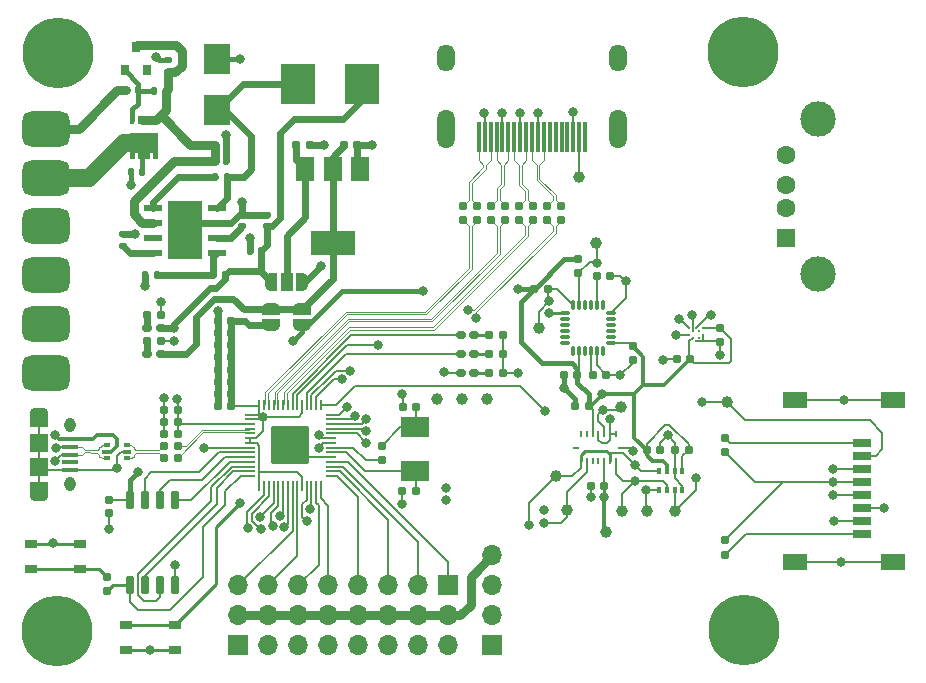
<source format=gbr>
%TF.GenerationSoftware,KiCad,Pcbnew,(6.0.0-0)*%
%TF.CreationDate,2022-10-23T11:33:14-04:00*%
%TF.ProjectId,hermes_v1,6865726d-6573-45f7-9631-2e6b69636164,rev?*%
%TF.SameCoordinates,Original*%
%TF.FileFunction,Copper,L1,Top*%
%TF.FilePolarity,Positive*%
%FSLAX46Y46*%
G04 Gerber Fmt 4.6, Leading zero omitted, Abs format (unit mm)*
G04 Created by KiCad (PCBNEW (6.0.0-0)) date 2022-10-23 11:33:14*
%MOMM*%
%LPD*%
G01*
G04 APERTURE LIST*
G04 Aperture macros list*
%AMRoundRect*
0 Rectangle with rounded corners*
0 $1 Rounding radius*
0 $2 $3 $4 $5 $6 $7 $8 $9 X,Y pos of 4 corners*
0 Add a 4 corners polygon primitive as box body*
4,1,4,$2,$3,$4,$5,$6,$7,$8,$9,$2,$3,0*
0 Add four circle primitives for the rounded corners*
1,1,$1+$1,$2,$3*
1,1,$1+$1,$4,$5*
1,1,$1+$1,$6,$7*
1,1,$1+$1,$8,$9*
0 Add four rect primitives between the rounded corners*
20,1,$1+$1,$2,$3,$4,$5,0*
20,1,$1+$1,$4,$5,$6,$7,0*
20,1,$1+$1,$6,$7,$8,$9,0*
20,1,$1+$1,$8,$9,$2,$3,0*%
%AMFreePoly0*
4,1,22,0.500000,-0.750000,0.000000,-0.750000,0.000000,-0.745033,-0.079941,-0.743568,-0.215256,-0.701293,-0.333266,-0.622738,-0.424486,-0.514219,-0.481581,-0.384460,-0.499164,-0.250000,-0.500000,-0.250000,-0.500000,0.250000,-0.499164,0.250000,-0.499963,0.256109,-0.478152,0.396186,-0.417904,0.524511,-0.324060,0.630769,-0.204165,0.706417,-0.067858,0.745374,0.000000,0.744959,0.000000,0.750000,
0.500000,0.750000,0.500000,-0.750000,0.500000,-0.750000,$1*%
%AMFreePoly1*
4,1,20,0.000000,0.744959,0.073905,0.744508,0.209726,0.703889,0.328688,0.626782,0.421226,0.519385,0.479903,0.390333,0.500000,0.250000,0.500000,-0.250000,0.499851,-0.262216,0.476331,-0.402017,0.414519,-0.529596,0.319384,-0.634700,0.198574,-0.708877,0.061801,-0.746166,0.000000,-0.745033,0.000000,-0.750000,-0.500000,-0.750000,-0.500000,0.750000,0.000000,0.750000,0.000000,0.744959,
0.000000,0.744959,$1*%
%AMFreePoly2*
4,1,22,0.550000,-0.750000,0.000000,-0.750000,0.000000,-0.745033,-0.079941,-0.743568,-0.215256,-0.701293,-0.333266,-0.622738,-0.424486,-0.514219,-0.481581,-0.384460,-0.499164,-0.250000,-0.500000,-0.250000,-0.500000,0.250000,-0.499164,0.250000,-0.499963,0.256109,-0.478152,0.396186,-0.417904,0.524511,-0.324060,0.630769,-0.204165,0.706417,-0.067858,0.745374,0.000000,0.744959,0.000000,0.750000,
0.550000,0.750000,0.550000,-0.750000,0.550000,-0.750000,$1*%
%AMFreePoly3*
4,1,20,0.000000,0.744959,0.073905,0.744508,0.209726,0.703889,0.328688,0.626782,0.421226,0.519385,0.479903,0.390333,0.500000,0.250000,0.500000,-0.250000,0.499851,-0.262216,0.476331,-0.402017,0.414519,-0.529596,0.319384,-0.634700,0.198574,-0.708877,0.061801,-0.746166,0.000000,-0.745033,0.000000,-0.750000,-0.550000,-0.750000,-0.550000,0.750000,0.000000,0.750000,0.000000,0.744959,
0.000000,0.744959,$1*%
%AMFreePoly4*
4,1,17,1.395000,0.765000,0.855000,0.765000,0.855000,0.535000,1.395000,0.535000,1.395000,0.115000,0.855000,0.115000,0.855000,-0.115000,1.395000,-0.115000,1.395000,-0.535000,0.855000,-0.535000,0.855000,-0.765000,1.395000,-0.765000,1.395000,-1.185000,-0.855000,-1.185000,-0.855000,1.185000,1.395000,1.185000,1.395000,0.765000,1.395000,0.765000,$1*%
G04 Aperture macros list end*
%TA.AperFunction,SMDPad,CuDef*%
%ADD10RoundRect,0.155000X0.212500X0.155000X-0.212500X0.155000X-0.212500X-0.155000X0.212500X-0.155000X0*%
%TD*%
%TA.AperFunction,SMDPad,CuDef*%
%ADD11RoundRect,0.155000X-0.155000X0.212500X-0.155000X-0.212500X0.155000X-0.212500X0.155000X0.212500X0*%
%TD*%
%TA.AperFunction,SMDPad,CuDef*%
%ADD12RoundRect,0.155000X-0.212500X-0.155000X0.212500X-0.155000X0.212500X0.155000X-0.212500X0.155000X0*%
%TD*%
%TA.AperFunction,SMDPad,CuDef*%
%ADD13RoundRect,0.160000X0.222500X0.160000X-0.222500X0.160000X-0.222500X-0.160000X0.222500X-0.160000X0*%
%TD*%
%TA.AperFunction,SMDPad,CuDef*%
%ADD14RoundRect,0.750000X1.250000X-0.750000X1.250000X0.750000X-1.250000X0.750000X-1.250000X-0.750000X0*%
%TD*%
%TA.AperFunction,SMDPad,CuDef*%
%ADD15RoundRect,0.160000X-0.160000X0.197500X-0.160000X-0.197500X0.160000X-0.197500X0.160000X0.197500X0*%
%TD*%
%TA.AperFunction,SMDPad,CuDef*%
%ADD16RoundRect,0.160000X-0.197500X-0.160000X0.197500X-0.160000X0.197500X0.160000X-0.197500X0.160000X0*%
%TD*%
%TA.AperFunction,SMDPad,CuDef*%
%ADD17RoundRect,0.160000X0.160000X-0.197500X0.160000X0.197500X-0.160000X0.197500X-0.160000X-0.197500X0*%
%TD*%
%TA.AperFunction,SMDPad,CuDef*%
%ADD18RoundRect,0.050000X0.050000X-0.387500X0.050000X0.387500X-0.050000X0.387500X-0.050000X-0.387500X0*%
%TD*%
%TA.AperFunction,SMDPad,CuDef*%
%ADD19RoundRect,0.050000X0.387500X-0.050000X0.387500X0.050000X-0.387500X0.050000X-0.387500X-0.050000X0*%
%TD*%
%TA.AperFunction,ComponentPad*%
%ADD20C,0.600000*%
%TD*%
%TA.AperFunction,SMDPad,CuDef*%
%ADD21RoundRect,0.144000X1.456000X-1.456000X1.456000X1.456000X-1.456000X1.456000X-1.456000X-1.456000X0*%
%TD*%
%TA.AperFunction,SMDPad,CuDef*%
%ADD22RoundRect,0.150000X0.150000X-0.650000X0.150000X0.650000X-0.150000X0.650000X-0.150000X-0.650000X0*%
%TD*%
%TA.AperFunction,SMDPad,CuDef*%
%ADD23R,2.400000X1.700000*%
%TD*%
%TA.AperFunction,SMDPad,CuDef*%
%ADD24RoundRect,0.750000X-1.250000X0.750000X-1.250000X-0.750000X1.250000X-0.750000X1.250000X0.750000X0*%
%TD*%
%TA.AperFunction,SMDPad,CuDef*%
%ADD25R,1.050000X0.650000*%
%TD*%
%TA.AperFunction,SMDPad,CuDef*%
%ADD26R,1.350000X0.400000*%
%TD*%
%TA.AperFunction,ComponentPad*%
%ADD27O,1.550000X0.890000*%
%TD*%
%TA.AperFunction,SMDPad,CuDef*%
%ADD28R,1.550000X1.500000*%
%TD*%
%TA.AperFunction,ComponentPad*%
%ADD29O,0.950000X1.250000*%
%TD*%
%TA.AperFunction,SMDPad,CuDef*%
%ADD30R,1.550000X1.200000*%
%TD*%
%TA.AperFunction,SMDPad,CuDef*%
%ADD31FreePoly0,270.000000*%
%TD*%
%TA.AperFunction,SMDPad,CuDef*%
%ADD32FreePoly1,270.000000*%
%TD*%
%TA.AperFunction,SMDPad,CuDef*%
%ADD33RoundRect,0.160000X-0.222500X-0.160000X0.222500X-0.160000X0.222500X0.160000X-0.222500X0.160000X0*%
%TD*%
%TA.AperFunction,SMDPad,CuDef*%
%ADD34R,0.500000X0.375000*%
%TD*%
%TA.AperFunction,SMDPad,CuDef*%
%ADD35R,0.650000X0.300000*%
%TD*%
%TA.AperFunction,SMDPad,CuDef*%
%ADD36RoundRect,0.075000X-0.350000X-0.075000X0.350000X-0.075000X0.350000X0.075000X-0.350000X0.075000X0*%
%TD*%
%TA.AperFunction,SMDPad,CuDef*%
%ADD37RoundRect,0.075000X0.075000X-0.350000X0.075000X0.350000X-0.075000X0.350000X-0.075000X-0.350000X0*%
%TD*%
%TA.AperFunction,SMDPad,CuDef*%
%ADD38RoundRect,0.155000X0.155000X-0.212500X0.155000X0.212500X-0.155000X0.212500X-0.155000X-0.212500X0*%
%TD*%
%TA.AperFunction,SMDPad,CuDef*%
%ADD39FreePoly2,180.000000*%
%TD*%
%TA.AperFunction,SMDPad,CuDef*%
%ADD40R,1.000000X1.500000*%
%TD*%
%TA.AperFunction,SMDPad,CuDef*%
%ADD41FreePoly3,180.000000*%
%TD*%
%TA.AperFunction,SMDPad,CuDef*%
%ADD42C,1.000000*%
%TD*%
%TA.AperFunction,SMDPad,CuDef*%
%ADD43RoundRect,0.140000X-0.140000X-0.170000X0.140000X-0.170000X0.140000X0.170000X-0.140000X0.170000X0*%
%TD*%
%TA.AperFunction,SMDPad,CuDef*%
%ADD44R,2.950000X3.500000*%
%TD*%
%TA.AperFunction,SMDPad,CuDef*%
%ADD45R,0.300000X2.600000*%
%TD*%
%TA.AperFunction,ComponentPad*%
%ADD46O,1.500000X3.300000*%
%TD*%
%TA.AperFunction,ComponentPad*%
%ADD47O,1.500000X2.300000*%
%TD*%
%TA.AperFunction,SMDPad,CuDef*%
%ADD48RoundRect,0.140000X0.170000X-0.140000X0.170000X0.140000X-0.170000X0.140000X-0.170000X-0.140000X0*%
%TD*%
%TA.AperFunction,SMDPad,CuDef*%
%ADD49RoundRect,0.135000X0.135000X0.185000X-0.135000X0.185000X-0.135000X-0.185000X0.135000X-0.185000X0*%
%TD*%
%TA.AperFunction,SMDPad,CuDef*%
%ADD50R,1.550000X0.600000*%
%TD*%
%TA.AperFunction,SMDPad,CuDef*%
%ADD51R,2.950000X4.900000*%
%TD*%
%TA.AperFunction,SMDPad,CuDef*%
%ADD52RoundRect,0.135000X0.185000X-0.135000X0.185000X0.135000X-0.185000X0.135000X-0.185000X-0.135000X0*%
%TD*%
%TA.AperFunction,ComponentPad*%
%ADD53C,6.000000*%
%TD*%
%TA.AperFunction,SMDPad,CuDef*%
%ADD54RoundRect,0.140000X-0.170000X0.140000X-0.170000X-0.140000X0.170000X-0.140000X0.170000X0.140000X0*%
%TD*%
%TA.AperFunction,ComponentPad*%
%ADD55R,1.700000X1.700000*%
%TD*%
%TA.AperFunction,ComponentPad*%
%ADD56O,1.700000X1.700000*%
%TD*%
%TA.AperFunction,SMDPad,CuDef*%
%ADD57C,0.200000*%
%TD*%
%TA.AperFunction,SMDPad,CuDef*%
%ADD58RoundRect,0.140000X0.140000X0.170000X-0.140000X0.170000X-0.140000X-0.170000X0.140000X-0.170000X0*%
%TD*%
%TA.AperFunction,SMDPad,CuDef*%
%ADD59R,1.500000X0.800000*%
%TD*%
%TA.AperFunction,SMDPad,CuDef*%
%ADD60R,2.000000X1.450000*%
%TD*%
%TA.AperFunction,SMDPad,CuDef*%
%ADD61R,0.254000X0.482600*%
%TD*%
%TA.AperFunction,SMDPad,CuDef*%
%ADD62R,0.482600X0.254000*%
%TD*%
%TA.AperFunction,SMDPad,CuDef*%
%ADD63R,0.420000X0.700000*%
%TD*%
%TA.AperFunction,SMDPad,CuDef*%
%ADD64FreePoly4,270.000000*%
%TD*%
%TA.AperFunction,SMDPad,CuDef*%
%ADD65R,0.350000X0.500000*%
%TD*%
%TA.AperFunction,ComponentPad*%
%ADD66R,1.500000X1.600000*%
%TD*%
%TA.AperFunction,ComponentPad*%
%ADD67C,1.600000*%
%TD*%
%TA.AperFunction,ComponentPad*%
%ADD68C,3.000000*%
%TD*%
%TA.AperFunction,SMDPad,CuDef*%
%ADD69R,0.800000X0.900000*%
%TD*%
%TA.AperFunction,SMDPad,CuDef*%
%ADD70R,1.500000X2.000000*%
%TD*%
%TA.AperFunction,SMDPad,CuDef*%
%ADD71R,3.800000X2.000000*%
%TD*%
%TA.AperFunction,SMDPad,CuDef*%
%ADD72R,2.300000X2.500000*%
%TD*%
%TA.AperFunction,ViaPad*%
%ADD73C,0.800000*%
%TD*%
%TA.AperFunction,Conductor*%
%ADD74C,0.250000*%
%TD*%
%TA.AperFunction,Conductor*%
%ADD75C,0.205740*%
%TD*%
%TA.AperFunction,Conductor*%
%ADD76C,0.200000*%
%TD*%
%TA.AperFunction,Conductor*%
%ADD77C,0.400000*%
%TD*%
%TA.AperFunction,Conductor*%
%ADD78C,0.600000*%
%TD*%
%TA.AperFunction,Conductor*%
%ADD79C,0.450000*%
%TD*%
%TA.AperFunction,Conductor*%
%ADD80C,0.800000*%
%TD*%
%TA.AperFunction,Conductor*%
%ADD81C,1.500000*%
%TD*%
%TA.AperFunction,Conductor*%
%ADD82C,0.300000*%
%TD*%
%TA.AperFunction,Conductor*%
%ADD83C,0.124460*%
%TD*%
G04 APERTURE END LIST*
D10*
%TO.P,C6,1*%
%TO.N,+1V1*%
X139335000Y-73393750D03*
%TO.P,C6,2*%
%TO.N,GND*%
X138200000Y-73393750D03*
%TD*%
%TO.P,C8,1*%
%TO.N,+1V1*%
X139335000Y-72400000D03*
%TO.P,C8,2*%
%TO.N,GND*%
X138200000Y-72400000D03*
%TD*%
%TO.P,C11,1*%
%TO.N,/FlightControlComputer/3V_MCU*%
X143843751Y-69978570D03*
%TO.P,C11,2*%
%TO.N,GND*%
X142708751Y-69978570D03*
%TD*%
%TO.P,C12,1*%
%TO.N,/FlightControlComputer/3V_MCU*%
X143843751Y-68942856D03*
%TO.P,C12,2*%
%TO.N,GND*%
X142708751Y-68942856D03*
%TD*%
%TO.P,C13,1*%
%TO.N,/FlightControlComputer/3V_MCU*%
X143835000Y-67907142D03*
%TO.P,C13,2*%
%TO.N,GND*%
X142700000Y-67907142D03*
%TD*%
%TO.P,C14,1*%
%TO.N,/FlightControlComputer/3V_MCU*%
X143835000Y-66871428D03*
%TO.P,C14,2*%
%TO.N,GND*%
X142700000Y-66871428D03*
%TD*%
%TO.P,C15,1*%
%TO.N,/FlightControlComputer/3V_MCU*%
X143835000Y-65835714D03*
%TO.P,C15,2*%
%TO.N,GND*%
X142700000Y-65835714D03*
%TD*%
%TO.P,C16,1*%
%TO.N,/FlightControlComputer/3V_MCU*%
X143835000Y-64800000D03*
%TO.P,C16,2*%
%TO.N,GND*%
X142700000Y-64800000D03*
%TD*%
%TO.P,C17,1*%
%TO.N,FC_XIN*%
X159492500Y-79182500D03*
%TO.P,C17,2*%
%TO.N,GND*%
X158357500Y-79182500D03*
%TD*%
%TO.P,C18,1*%
%TO.N,Net-(C18-Pad1)*%
X159517500Y-72150000D03*
%TO.P,C18,2*%
%TO.N,GND*%
X158382500Y-72150000D03*
%TD*%
D11*
%TO.P,C19,1*%
%TO.N,3V3_IO*%
X133500000Y-79982500D03*
%TO.P,C19,2*%
%TO.N,GND*%
X133500000Y-81117500D03*
%TD*%
D12*
%TO.P,C26,1*%
%TO.N,GND*%
X174282500Y-78800000D03*
%TO.P,C26,2*%
%TO.N,3V3_IO*%
X175417500Y-78800000D03*
%TD*%
D13*
%TO.P,D2,1,K*%
%TO.N,Net-(D2-Pad1)*%
X164422500Y-66000000D03*
%TO.P,D2,2,A*%
%TO.N,FC_STATUS_BLUE*%
X163277500Y-66000000D03*
%TD*%
%TO.P,D3,1,K*%
%TO.N,Net-(D3-Pad1)*%
X164422500Y-67600000D03*
%TO.P,D3,2,A*%
%TO.N,FC_STATUS_RED*%
X163277500Y-67600000D03*
%TD*%
%TO.P,D4,1,K*%
%TO.N,Net-(D4-Pad1)*%
X164422500Y-69200000D03*
%TO.P,D4,2,A*%
%TO.N,FC_STATUS_GREEN*%
X163277500Y-69200000D03*
%TD*%
D14*
%TO.P,P4,1,PAD*%
%TO.N,GND*%
X128200000Y-48550000D03*
%TD*%
%TO.P,P1,1,PAD*%
%TO.N,VCC*%
X128200000Y-56814000D03*
%TD*%
%TO.P,P2,1,PAD*%
%TO.N,GND*%
X128200000Y-60946000D03*
%TD*%
D15*
%TO.P,R5,1*%
%TO.N,3V3_IO*%
X173252500Y-59602500D03*
%TO.P,R5,2*%
%TO.N,FC_I2C0_SCL*%
X173252500Y-60797500D03*
%TD*%
D16*
%TO.P,R6,1*%
%TO.N,3V3_IO*%
X169505000Y-62100000D03*
%TO.P,R6,2*%
%TO.N,FC_I2C0_SDA*%
X170700000Y-62100000D03*
%TD*%
D17*
%TO.P,R7,1*%
%TO.N,FC_QSPI_SS*%
X133350000Y-87715000D03*
%TO.P,R7,2*%
%TO.N,FC_BOOTSEL*%
X133350000Y-86520000D03*
%TD*%
D16*
%TO.P,R13,1*%
%TO.N,Net-(D3-Pad1)*%
X165652500Y-67600000D03*
%TO.P,R13,2*%
%TO.N,GND*%
X166847500Y-67600000D03*
%TD*%
%TO.P,R14,1*%
%TO.N,Net-(D4-Pad1)*%
X165652500Y-69200000D03*
%TO.P,R14,2*%
%TO.N,GND*%
X166847500Y-69200000D03*
%TD*%
D18*
%TO.P,U3,1,IOVDD*%
%TO.N,/FlightControlComputer/3V_MCU*%
X146250000Y-78787500D03*
%TO.P,U3,2,GPIO0*%
%TO.N,FC_SPI0_MISO*%
X146650000Y-78787500D03*
%TO.P,U3,3,GPIO1*%
%TO.N,FC_SPI0_CS1*%
X147050000Y-78787500D03*
%TO.P,U3,4,GPIO2*%
%TO.N,FC_SPI0_SCK*%
X147450000Y-78787500D03*
%TO.P,U3,5,GPIO3*%
%TO.N,FC_SPI0_MOSI*%
X147850000Y-78787500D03*
%TO.P,U3,6,GPIO4*%
%TO.N,FC_I2C0_SDA*%
X148250000Y-78787500D03*
%TO.P,U3,7,GPIO5*%
%TO.N,FC_I2C0_SCL*%
X148650000Y-78787500D03*
%TO.P,U3,8,GPIO6*%
%TO.N,FC_RADIO_PPM*%
X149050000Y-78787500D03*
%TO.P,U3,9,GPIO7*%
%TO.N,FC_SERVO_7*%
X149450000Y-78787500D03*
%TO.P,U3,10,IOVDD*%
%TO.N,/FlightControlComputer/3V_MCU*%
X149850000Y-78787500D03*
%TO.P,U3,11,GPIO8*%
%TO.N,FC_HDMI_CK+*%
X150250000Y-78787500D03*
%TO.P,U3,12,GPIO9*%
%TO.N,FC_HDMI_CK-*%
X150650000Y-78787500D03*
%TO.P,U3,13,GPIO10*%
%TO.N,FC_SERVO_6*%
X151050000Y-78787500D03*
%TO.P,U3,14,GPIO11*%
%TO.N,FC_SERVO_5*%
X151450000Y-78787500D03*
D19*
%TO.P,U3,15,GPIO12*%
%TO.N,FC_SERVO_4*%
X152287500Y-77950000D03*
%TO.P,U3,16,GPIO13*%
%TO.N,FC_SERVO_3*%
X152287500Y-77550000D03*
%TO.P,U3,17,GPIO14*%
%TO.N,FC_SERVO_2*%
X152287500Y-77150000D03*
%TO.P,U3,18,GPIO15*%
%TO.N,FC_SERVO_1*%
X152287500Y-76750000D03*
%TO.P,U3,19,TESTEN*%
%TO.N,GND*%
X152287500Y-76350000D03*
%TO.P,U3,20,XIN*%
%TO.N,FC_XIN*%
X152287500Y-75950000D03*
%TO.P,U3,21,XOUT*%
%TO.N,FC_XOUT*%
X152287500Y-75550000D03*
%TO.P,U3,22,IOVDD*%
%TO.N,/FlightControlComputer/3V_MCU*%
X152287500Y-75150000D03*
%TO.P,U3,23,DVDD*%
%TO.N,+1V1*%
X152287500Y-74750000D03*
%TO.P,U3,24,SWCLK*%
%TO.N,FC_SWCLK*%
X152287500Y-74350000D03*
%TO.P,U3,25,SWD*%
%TO.N,FC_SWD*%
X152287500Y-73950000D03*
%TO.P,U3,26,RUN*%
%TO.N,FC_RUN*%
X152287500Y-73550000D03*
%TO.P,U3,27,GPIO16*%
%TO.N,FC_UART0_TX*%
X152287500Y-73150000D03*
%TO.P,U3,28,GPIO17*%
%TO.N,FC_UART0_RX*%
X152287500Y-72750000D03*
D18*
%TO.P,U3,29,GPIO18*%
%TO.N,FC_SPI0_CS2*%
X151450000Y-71912500D03*
%TO.P,U3,30,GPIO19*%
%TO.N,FC_SPI0_CS3*%
X151050000Y-71912500D03*
%TO.P,U3,31,GPIO20*%
%TO.N,FC_SPI0_CS4*%
X150650000Y-71912500D03*
%TO.P,U3,32,GPIO21*%
%TO.N,FC_STATUS_RED*%
X150250000Y-71912500D03*
%TO.P,U3,33,IOVDD*%
%TO.N,/FlightControlComputer/3V_MCU*%
X149850000Y-71912500D03*
%TO.P,U3,34,GPIO22*%
%TO.N,FC_STATUS_GREEN*%
X149450000Y-71912500D03*
%TO.P,U3,35,GPIO23*%
%TO.N,FC_STATUS_BLUE*%
X149050000Y-71912500D03*
%TO.P,U3,36,GPIO24*%
%TO.N,FC_HDMI_D0+*%
X148650000Y-71912500D03*
%TO.P,U3,37,GPIO25*%
%TO.N,FC_HDMI_D0-*%
X148250000Y-71912500D03*
%TO.P,U3,38,GPIO26_ADC0*%
%TO.N,FC_HDMI_D1+*%
X147850000Y-71912500D03*
%TO.P,U3,39,GPIO27_ADC1*%
%TO.N,FC_HDMI_D1-*%
X147450000Y-71912500D03*
%TO.P,U3,40,GPIO28_ADC2*%
%TO.N,FC_HDMI_D2+*%
X147050000Y-71912500D03*
%TO.P,U3,41,GPIO29_ADC3*%
%TO.N,FC_HDMI_D2-*%
X146650000Y-71912500D03*
%TO.P,U3,42,IOVDD*%
%TO.N,/FlightControlComputer/3V_MCU*%
X146250000Y-71912500D03*
D19*
%TO.P,U3,43,ADC_AVDD*%
X145412500Y-72750000D03*
%TO.P,U3,44,VREG_IN*%
X145412500Y-73150000D03*
%TO.P,U3,45,VREG_VOUT*%
%TO.N,+1V1*%
X145412500Y-73550000D03*
%TO.P,U3,46,USB_DM*%
%TO.N,/FlightControlComputer/USB-*%
X145412500Y-73950000D03*
%TO.P,U3,47,USB_DP*%
%TO.N,/FlightControlComputer/USB+*%
X145412500Y-74350000D03*
%TO.P,U3,48,USB_VDD*%
%TO.N,/FlightControlComputer/3V_MCU*%
X145412500Y-74750000D03*
%TO.P,U3,49,IOVDD*%
X145412500Y-75150000D03*
%TO.P,U3,50,DVDD*%
%TO.N,+1V1*%
X145412500Y-75550000D03*
%TO.P,U3,51,QSPI_SD3*%
%TO.N,FC_QSPI_SD3*%
X145412500Y-75950000D03*
%TO.P,U3,52,QSPI_SCLK*%
%TO.N,FC_QSPI_SCLK*%
X145412500Y-76350000D03*
%TO.P,U3,53,QSPI_SD0*%
%TO.N,FC_QSPI_SD0*%
X145412500Y-76750000D03*
%TO.P,U3,54,QSPI_SD2*%
%TO.N,FC_QSPI_SD2*%
X145412500Y-77150000D03*
%TO.P,U3,55,QSPI_SD1*%
%TO.N,FC_QSPI_SD1*%
X145412500Y-77550000D03*
%TO.P,U3,56,QSPI_SS*%
%TO.N,FC_QSPI_SS*%
X145412500Y-77950000D03*
D20*
%TO.P,U3,57,GND*%
%TO.N,GND*%
X148850000Y-74075000D03*
X150125000Y-74075000D03*
X148850000Y-76625000D03*
X150125000Y-76625000D03*
X147575000Y-76625000D03*
D21*
X148850000Y-75350000D03*
D20*
X147575000Y-74075000D03*
X150125000Y-75350000D03*
X147575000Y-75350000D03*
X148850000Y-75350000D03*
%TD*%
D22*
%TO.P,U4,1,~{CS}*%
%TO.N,FC_QSPI_SS*%
X135295000Y-87217500D03*
%TO.P,U4,2,DO(IO1)*%
%TO.N,FC_QSPI_SD1*%
X136565000Y-87217500D03*
%TO.P,U4,3,IO2*%
%TO.N,FC_QSPI_SD2*%
X137835000Y-87217500D03*
%TO.P,U4,4,GND*%
%TO.N,GND*%
X139105000Y-87217500D03*
%TO.P,U4,5,DI(IO0)*%
%TO.N,FC_QSPI_SD0*%
X139105000Y-80017500D03*
%TO.P,U4,6,CLK*%
%TO.N,FC_QSPI_SCLK*%
X137835000Y-80017500D03*
%TO.P,U4,7,IO3*%
%TO.N,FC_QSPI_SD3*%
X136565000Y-80017500D03*
%TO.P,U4,8,VCC*%
%TO.N,3V3_IO*%
X135295000Y-80017500D03*
%TD*%
D23*
%TO.P,Y1,1,1*%
%TO.N,FC_XIN*%
X159383750Y-77532500D03*
%TO.P,Y1,2,2*%
%TO.N,Net-(C18-Pad1)*%
X159383750Y-73832500D03*
%TD*%
D24*
%TO.P,P3,1,PAD*%
%TO.N,VCC*%
X128200000Y-52682000D03*
%TD*%
D14*
%TO.P,P6,1,PAD*%
%TO.N,GND*%
X128200000Y-65078000D03*
%TD*%
%TO.P,P5,1,PAD*%
%TO.N,VCC*%
X128200000Y-69210000D03*
%TD*%
D10*
%TO.P,C9,1*%
%TO.N,/FlightControlComputer/3V_MCU*%
X143835000Y-72050000D03*
%TO.P,C9,2*%
%TO.N,GND*%
X142700000Y-72050000D03*
%TD*%
D16*
%TO.P,R3,1*%
%TO.N,FC_USB_D+*%
X138170000Y-76405000D03*
%TO.P,R3,2*%
%TO.N,/FlightControlComputer/USB+*%
X139365000Y-76405000D03*
%TD*%
D25*
%TO.P,SW1,1,1*%
%TO.N,FC_BOOTSEL*%
X126875000Y-85825000D03*
X131025000Y-85825000D03*
%TO.P,SW1,2,2*%
%TO.N,GND*%
X126875000Y-83675000D03*
X131025000Y-83675000D03*
%TD*%
D26*
%TO.P,J2,1,VBUS*%
%TO.N,FC_USB_VBUS*%
X130250000Y-74850000D03*
%TO.P,J2,2,D-*%
%TO.N,/FCC Peripherals/d-*%
X130250000Y-75500000D03*
%TO.P,J2,3,D+*%
%TO.N,/FCC Peripherals/d+*%
X130250000Y-76150000D03*
%TO.P,J2,4,ID*%
%TO.N,unconnected-(J2-Pad4)*%
X130250000Y-76800000D03*
%TO.P,J2,5,GND*%
%TO.N,GND*%
X130250000Y-77450000D03*
D27*
%TO.P,J2,6,Shield*%
X127550000Y-79650000D03*
X127550000Y-72650000D03*
D28*
X127550000Y-75150000D03*
D29*
X130250000Y-73650000D03*
D28*
X127550000Y-77150000D03*
D30*
X127550000Y-73250000D03*
D29*
X130250000Y-78650000D03*
D30*
X127550000Y-79050000D03*
%TD*%
D17*
%TO.P,R9,1*%
%TO.N,FC_XOUT*%
X156600000Y-76597500D03*
%TO.P,R9,2*%
%TO.N,Net-(C18-Pad1)*%
X156600000Y-75402500D03*
%TD*%
D10*
%TO.P,C10,1*%
%TO.N,/FlightControlComputer/3V_MCU*%
X143843751Y-71014284D03*
%TO.P,C10,2*%
%TO.N,GND*%
X142708751Y-71014284D03*
%TD*%
D31*
%TO.P,JP3,1,A*%
%TO.N,+3V3*%
X149850000Y-63850000D03*
D32*
%TO.P,JP3,2,B*%
%TO.N,3V3_IO*%
X149850000Y-65150000D03*
%TD*%
D31*
%TO.P,JP2,1,A*%
%TO.N,+3V3*%
X147250000Y-63850000D03*
D32*
%TO.P,JP2,2,B*%
%TO.N,/FlightControlComputer/3V_MCU*%
X147250000Y-65150000D03*
%TD*%
D25*
%TO.P,SW2,1,1*%
%TO.N,FC_RUN*%
X139075000Y-90575000D03*
X134925000Y-90575000D03*
%TO.P,SW2,2,2*%
%TO.N,GND*%
X139075000Y-92725000D03*
X134925000Y-92725000D03*
%TD*%
D10*
%TO.P,C7,1*%
%TO.N,+1V1*%
X139335000Y-74387500D03*
%TO.P,C7,2*%
%TO.N,GND*%
X138200000Y-74387500D03*
%TD*%
D16*
%TO.P,R12,1*%
%TO.N,Net-(D2-Pad1)*%
X165652500Y-66000000D03*
%TO.P,R12,2*%
%TO.N,GND*%
X166847500Y-66000000D03*
%TD*%
%TO.P,R15,1*%
%TO.N,Net-(D5-Pad1)*%
X136702500Y-66500000D03*
%TO.P,R15,2*%
%TO.N,GND*%
X137897500Y-66500000D03*
%TD*%
%TO.P,R16,1*%
%TO.N,Net-(D6-Pad1)*%
X136702500Y-64300000D03*
%TO.P,R16,2*%
%TO.N,GND*%
X137897500Y-64300000D03*
%TD*%
D33*
%TO.P,D5,1,K*%
%TO.N,Net-(D5-Pad1)*%
X136727500Y-67600000D03*
%TO.P,D5,2,A*%
%TO.N,+3V3*%
X137872500Y-67600000D03*
%TD*%
%TO.P,D6,1,K*%
%TO.N,Net-(D6-Pad1)*%
X136727500Y-65400000D03*
%TO.P,D6,2,A*%
%TO.N,+5V*%
X137872500Y-65400000D03*
%TD*%
D16*
%TO.P,R4,1*%
%TO.N,FC_USB_D-*%
X138170000Y-75391250D03*
%TO.P,R4,2*%
%TO.N,/FlightControlComputer/USB-*%
X139365000Y-75391250D03*
%TD*%
D34*
%TO.P,U7,1,I/O1*%
%TO.N,FC_USB_D+*%
X135000000Y-76437500D03*
D35*
%TO.P,U7,2,GND*%
%TO.N,GND*%
X135075000Y-75900000D03*
D34*
%TO.P,U7,3,I/O2*%
%TO.N,FC_USB_D-*%
X135000000Y-75362500D03*
%TO.P,U7,4,I/O2*%
%TO.N,/FCC Peripherals/d-*%
X133300000Y-75362500D03*
D35*
%TO.P,U7,5,VBUS*%
%TO.N,FC_USB_VBUS*%
X133225000Y-75900000D03*
D34*
%TO.P,U7,6,I/O1*%
%TO.N,/FCC Peripherals/d+*%
X133300000Y-76437500D03*
%TD*%
D36*
%TO.P,U8,1,CLKIN*%
%TO.N,GND*%
X172102500Y-64150000D03*
%TO.P,U8,2*%
%TO.N,N/C*%
X172102500Y-64650000D03*
%TO.P,U8,3*%
X172102500Y-65150000D03*
%TO.P,U8,4*%
X172102500Y-65650000D03*
%TO.P,U8,5*%
X172102500Y-66150000D03*
%TO.P,U8,6,AUX_SDA*%
%TO.N,unconnected-(U8-Pad6)*%
X172102500Y-66650000D03*
D37*
%TO.P,U8,7,AUX_SCL*%
%TO.N,unconnected-(U8-Pad7)*%
X172802500Y-67350000D03*
%TO.P,U8,8,VDDIO*%
%TO.N,3V3_IO*%
X173302500Y-67350000D03*
%TO.P,U8,9,AD0*%
%TO.N,unconnected-(U8-Pad9)*%
X173802500Y-67350000D03*
%TO.P,U8,10,REGOUT*%
%TO.N,Net-(C33-Pad2)*%
X174302500Y-67350000D03*
%TO.P,U8,11,FSYNC*%
%TO.N,GND*%
X174802500Y-67350000D03*
%TO.P,U8,12,INT*%
%TO.N,unconnected-(U8-Pad12)*%
X175302500Y-67350000D03*
D36*
%TO.P,U8,13,VDD*%
%TO.N,3V3_IO*%
X176002500Y-66650000D03*
%TO.P,U8,14*%
%TO.N,N/C*%
X176002500Y-66150000D03*
%TO.P,U8,15*%
X176002500Y-65650000D03*
%TO.P,U8,16*%
X176002500Y-65150000D03*
%TO.P,U8,17*%
X176002500Y-64650000D03*
%TO.P,U8,18,GND*%
%TO.N,GND*%
X176002500Y-64150000D03*
D37*
%TO.P,U8,19*%
%TO.N,N/C*%
X175302500Y-63450000D03*
%TO.P,U8,20,CPOUT*%
%TO.N,Net-(C25-Pad2)*%
X174802500Y-63450000D03*
%TO.P,U8,21*%
%TO.N,N/C*%
X174302500Y-63450000D03*
%TO.P,U8,22*%
X173802500Y-63450000D03*
%TO.P,U8,23,SCL*%
%TO.N,FC_I2C0_SCL*%
X173302500Y-63450000D03*
%TO.P,U8,24,SDA*%
%TO.N,FC_I2C0_SDA*%
X172802500Y-63450000D03*
%TD*%
D38*
%TO.P,C35,1*%
%TO.N,GND*%
X185250000Y-66567500D03*
%TO.P,C35,2*%
%TO.N,3V3_IO*%
X185250000Y-65432500D03*
%TD*%
D39*
%TO.P,JP1,1,A*%
%TO.N,FC_USB_VBUS*%
X149850000Y-61500000D03*
D40*
%TO.P,JP1,2,C*%
%TO.N,REG_5VIN*%
X148550000Y-61500000D03*
D41*
%TO.P,JP1,3,B*%
%TO.N,+5V*%
X147250000Y-61500000D03*
%TD*%
D42*
%TO.P,TP12,1,1*%
%TO.N,FC_SPI0_CS1*%
X172250000Y-80850000D03*
%TD*%
D17*
%TO.P,R19,1*%
%TO.N,FC_HDMI_D2+*%
X164685714Y-56297500D03*
%TO.P,R19,2*%
%TO.N,/FCC Peripherals/D2-*%
X164685714Y-55102500D03*
%TD*%
D43*
%TO.P,C24,1*%
%TO.N,GND*%
X145420000Y-58900000D03*
%TO.P,C24,2*%
%TO.N,+5V*%
X146380000Y-58900000D03*
%TD*%
D44*
%TO.P,L2,1*%
%TO.N,Net-(C32-Pad2)*%
X149475000Y-44750000D03*
%TO.P,L2,2*%
%TO.N,+5V*%
X154925000Y-44750000D03*
%TD*%
D45*
%TO.P,J5,1,D2+*%
%TO.N,/FCC Peripherals/D2+*%
X164825000Y-49286750D03*
%TO.P,J5,2,D2S*%
%TO.N,GND*%
X165325000Y-49286750D03*
%TO.P,J5,3,D2-*%
%TO.N,/FCC Peripherals/D2-*%
X165825000Y-49286750D03*
%TO.P,J5,4,D1+*%
%TO.N,/FCC Peripherals/D1+*%
X166325000Y-49286750D03*
%TO.P,J5,5,D1S*%
%TO.N,GND*%
X166825000Y-49286750D03*
%TO.P,J5,6,D1-*%
%TO.N,/FCC Peripherals/D1-*%
X167325000Y-49286750D03*
%TO.P,J5,7,D0+*%
%TO.N,/FCC Peripherals/D0+*%
X167825000Y-49286750D03*
%TO.P,J5,8,D0S*%
%TO.N,GND*%
X168325000Y-49286750D03*
%TO.P,J5,9,D0-*%
%TO.N,/FCC Peripherals/D0-*%
X168825000Y-49286750D03*
%TO.P,J5,10,CK+*%
%TO.N,/FCC Peripherals/CK+*%
X169325000Y-49286750D03*
%TO.P,J5,11,CKS*%
%TO.N,GND*%
X169825000Y-49286750D03*
%TO.P,J5,12,CK-*%
%TO.N,/FCC Peripherals/CK-*%
X170325000Y-49286750D03*
%TO.P,J5,13,CEC*%
%TO.N,unconnected-(J5-Pad13)*%
X170825000Y-49286750D03*
%TO.P,J5,14,UTILITY/HEAC+*%
%TO.N,unconnected-(J5-Pad14)*%
X171325000Y-49286750D03*
%TO.P,J5,15,SCL*%
%TO.N,unconnected-(J5-Pad15)*%
X171825000Y-49286750D03*
%TO.P,J5,16,SDA*%
%TO.N,unconnected-(J5-Pad16)*%
X172325000Y-49286750D03*
%TO.P,J5,17,GND*%
%TO.N,GND*%
X172825000Y-49286750D03*
%TO.P,J5,18,+5V*%
%TO.N,HDMI_5V*%
X173325000Y-49286750D03*
%TO.P,J5,19,HPD/HEAC-*%
%TO.N,unconnected-(J5-Pad19)*%
X173825000Y-49286750D03*
D46*
%TO.P,J5,SH1,SH*%
%TO.N,GND*%
X162075000Y-48556750D03*
%TO.P,J5,SH2,SH*%
X176575000Y-48556750D03*
D47*
%TO.P,J5,SH3,SH*%
X176575000Y-42596750D03*
%TO.P,J5,SH4,SH*%
X162075000Y-42596750D03*
%TD*%
D42*
%TO.P,TP8,1,1*%
%TO.N,FC_SPI0_CS3*%
X181400000Y-80950000D03*
%TD*%
D12*
%TO.P,C3,1*%
%TO.N,REG_5VIN*%
X149382500Y-49950000D03*
%TO.P,C3,2*%
%TO.N,GND*%
X150517500Y-49950000D03*
%TD*%
%TO.P,C5,1*%
%TO.N,+3V3*%
X153407500Y-49950000D03*
%TO.P,C5,2*%
%TO.N,GND*%
X154542500Y-49950000D03*
%TD*%
D48*
%TO.P,C31,1*%
%TO.N,Net-(C31-Pad1)*%
X144800000Y-56780000D03*
%TO.P,C31,2*%
%TO.N,GND*%
X144800000Y-55820000D03*
%TD*%
D49*
%TO.P,R8,1*%
%TO.N,+5V*%
X143310000Y-60950000D03*
%TO.P,R8,2*%
%TO.N,FB*%
X142290000Y-60950000D03*
%TD*%
D50*
%TO.P,U6,1,PGND*%
%TO.N,Net-(C32-Pad1)*%
X137275000Y-55220000D03*
%TO.P,U6,2,VIN*%
%TO.N,/+12v*%
X137275000Y-56490000D03*
%TO.P,U6,3,EN*%
%TO.N,unconnected-(U6-Pad3)*%
X137275000Y-57760000D03*
%TO.P,U6,4,PG*%
%TO.N,Net-(R10-Pad1)*%
X137275000Y-59030000D03*
%TO.P,U6,5,FB*%
%TO.N,FB*%
X142675000Y-59030000D03*
%TO.P,U6,6,VCC*%
%TO.N,Net-(C31-Pad1)*%
X142675000Y-57760000D03*
%TO.P,U6,7,BOOT*%
%TO.N,GND*%
X142675000Y-56490000D03*
%TO.P,U6,8,SW*%
%TO.N,Net-(C32-Pad2)*%
X142675000Y-55220000D03*
D20*
%TO.P,U6,9,AGND*%
%TO.N,GND*%
X140625000Y-55175000D03*
X140625000Y-57775000D03*
X139325000Y-55175000D03*
X140625000Y-56475000D03*
X139325000Y-59075000D03*
D51*
X139975000Y-57125000D03*
D20*
X140625000Y-59075000D03*
X139325000Y-56475000D03*
X139325000Y-57775000D03*
%TD*%
D42*
%TO.P,TP3,1,1*%
%TO.N,FC_I2C0_SCL*%
X174750000Y-58200000D03*
%TD*%
D12*
%TO.P,C4,1*%
%TO.N,GND*%
X181457500Y-75750000D03*
%TO.P,C4,2*%
%TO.N,3V3_IO*%
X182592500Y-75750000D03*
%TD*%
D52*
%TO.P,R10,1*%
%TO.N,Net-(R10-Pad1)*%
X134725000Y-58460000D03*
%TO.P,R10,2*%
%TO.N,GND*%
X134725000Y-57440000D03*
%TD*%
D53*
%TO.P,H1,1*%
%TO.N,N/C*%
X129150000Y-91100000D03*
%TD*%
D10*
%TO.P,C34,1*%
%TO.N,3V3_IO*%
X182717500Y-68050000D03*
%TO.P,C34,2*%
%TO.N,GND*%
X181582500Y-68050000D03*
%TD*%
D17*
%TO.P,R20,1*%
%TO.N,FC_HDMI_D1-*%
X165871428Y-56297500D03*
%TO.P,R20,2*%
%TO.N,/FCC Peripherals/D1+*%
X165871428Y-55102500D03*
%TD*%
D53*
%TO.P,H2,1*%
%TO.N,N/C*%
X129200000Y-42100000D03*
%TD*%
D54*
%TO.P,C27,1*%
%TO.N,GND*%
X146850000Y-55820000D03*
%TO.P,C27,2*%
%TO.N,+5V*%
X146850000Y-56780000D03*
%TD*%
D17*
%TO.P,R24,1*%
%TO.N,FC_HDMI_CK-*%
X170614284Y-56297500D03*
%TO.P,R24,2*%
%TO.N,/FCC Peripherals/CK+*%
X170614284Y-55102500D03*
%TD*%
D42*
%TO.P,TP11,1,1*%
%TO.N,FC_SPI0_MOSI*%
X176950000Y-80950000D03*
%TD*%
D17*
%TO.P,R2,1*%
%TO.N,Net-(J1-Pad8)*%
X185700000Y-84597500D03*
%TO.P,R2,2*%
%TO.N,3V3_IO*%
X185700000Y-83402500D03*
%TD*%
%TO.P,R18,1*%
%TO.N,FC_HDMI_D2-*%
X163500000Y-56297500D03*
%TO.P,R18,2*%
%TO.N,/FCC Peripherals/D2+*%
X163500000Y-55102500D03*
%TD*%
D55*
%TO.P,J3,1,Pin_1*%
%TO.N,GND*%
X165960000Y-92300000D03*
D56*
%TO.P,J3,2,Pin_2*%
%TO.N,FC_UART0_RX*%
X165960000Y-89760000D03*
%TO.P,J3,3,Pin_3*%
%TO.N,FC_UART0_TX*%
X165960000Y-87220000D03*
%TO.P,J3,4,Pin_4*%
%TO.N,+5V*%
X165960000Y-84680000D03*
%TD*%
D57*
%TO.P,U9,A1,PS*%
%TO.N,3V3_IO*%
X182634000Y-66556000D03*
%TO.P,U9,A3,SCK*%
%TO.N,FC_I2C0_SCL*%
X182634000Y-65990000D03*
%TO.P,U9,A5,CSB*%
%TO.N,GND*%
X182634000Y-65424000D03*
%TO.P,U9,B2,VDDIO*%
%TO.N,3V3_IO*%
X182917000Y-66273000D03*
%TO.P,U9,B4,SDI*%
%TO.N,FC_I2C0_SDA*%
X182917000Y-65707000D03*
%TO.P,U9,C1,SDO*%
%TO.N,GND*%
X183200000Y-66556000D03*
%TO.P,U9,C5,GND*%
X183200000Y-65424000D03*
%TO.P,U9,D2,INT*%
%TO.N,unconnected-(U9-PadD2)*%
X183483000Y-66273000D03*
%TO.P,U9,D4,DRDY*%
%TO.N,unconnected-(U9-PadD4)*%
X183483000Y-65707000D03*
%TO.P,U9,E1,GND*%
%TO.N,GND*%
X183766000Y-66556000D03*
%TO.P,U9,E3,GND*%
X183766000Y-65990000D03*
%TO.P,U9,E5,VDD*%
%TO.N,3V3_IO*%
X183766000Y-65424000D03*
%TD*%
D42*
%TO.P,TP6,1,1*%
%TO.N,FC_SPI0_CS4*%
X185800000Y-71700000D03*
%TD*%
D58*
%TO.P,C28,1*%
%TO.N,VCC*%
X136330000Y-52200000D03*
%TO.P,C28,2*%
%TO.N,GND*%
X135370000Y-52200000D03*
%TD*%
D12*
%TO.P,C1,1*%
%TO.N,GND*%
X172982500Y-72000000D03*
%TO.P,C1,2*%
%TO.N,3V3_IO*%
X174117500Y-72000000D03*
%TD*%
D48*
%TO.P,C30,1*%
%TO.N,/+12v*%
X138475000Y-43730000D03*
%TO.P,C30,2*%
%TO.N,GND*%
X138475000Y-42770000D03*
%TD*%
D59*
%TO.P,J1,1,DAT2*%
%TO.N,Net-(J1-Pad1)*%
X197250000Y-75150000D03*
%TO.P,J1,2,DAT3/CD*%
%TO.N,FC_SPI0_CS4*%
X197250000Y-76250000D03*
%TO.P,J1,3,CMD*%
%TO.N,FC_SPI0_MOSI*%
X197250000Y-77350000D03*
%TO.P,J1,4,VDD*%
%TO.N,3V3_IO*%
X197250000Y-78450000D03*
%TO.P,J1,5,CLK*%
%TO.N,FC_SPI0_SCK*%
X197250000Y-79550000D03*
%TO.P,J1,6,VSS*%
%TO.N,GND*%
X197250000Y-80650000D03*
%TO.P,J1,7,DAT0*%
%TO.N,FC_SPI0_MISO*%
X197250000Y-81750000D03*
%TO.P,J1,8,DAT1*%
%TO.N,Net-(J1-Pad8)*%
X197250000Y-82850000D03*
D60*
%TO.P,J1,9,SHIELD*%
%TO.N,GND*%
X191550000Y-85225000D03*
X199850000Y-71475000D03*
X199850000Y-85225000D03*
X191550000Y-71475000D03*
%TD*%
D42*
%TO.P,TP14,1,1*%
%TO.N,GND*%
X165500000Y-71450000D03*
%TD*%
D43*
%TO.P,C32,1*%
%TO.N,Net-(C32-Pad1)*%
X142500000Y-52650000D03*
%TO.P,C32,2*%
%TO.N,Net-(C32-Pad2)*%
X143460000Y-52650000D03*
%TD*%
D58*
%TO.P,C29,1*%
%TO.N,/+12v*%
X138305000Y-45350000D03*
%TO.P,C29,2*%
%TO.N,Net-(C29-Pad2)*%
X137345000Y-45350000D03*
%TD*%
D49*
%TO.P,R17,1*%
%TO.N,Net-(C29-Pad2)*%
X135985000Y-45300000D03*
%TO.P,R17,2*%
%TO.N,GND*%
X134965000Y-45300000D03*
%TD*%
D61*
%TO.P,U1,1,INT2*%
%TO.N,unconnected-(U1-Pad1)*%
X173450000Y-74394300D03*
%TO.P,U1,2,NC*%
%TO.N,unconnected-(U1-Pad2)*%
X173949999Y-74394300D03*
%TO.P,U1,3,VDD*%
%TO.N,3V3_IO*%
X174450001Y-74394300D03*
%TO.P,U1,4,GNDA*%
%TO.N,GND*%
X174950000Y-74394300D03*
%TO.P,U1,5,CSB2*%
%TO.N,FC_SPI0_CS2*%
X175449999Y-74394300D03*
%TO.P,U1,6,GNDIO*%
%TO.N,GND*%
X175950001Y-74394300D03*
%TO.P,U1,7,PS*%
X176450000Y-74394300D03*
D62*
%TO.P,U1,8,SCL/SCK*%
%TO.N,FC_SPI0_SCK*%
X176861300Y-75550000D03*
D61*
%TO.P,U1,9,SDA/SDI*%
%TO.N,FC_SPI0_MOSI*%
X176450000Y-76705700D03*
%TO.P,U1,10,SDO2*%
%TO.N,FC_SPI0_MISO*%
X175950001Y-76705700D03*
%TO.P,U1,11,VDDIO*%
%TO.N,3V3_IO*%
X175449999Y-76705700D03*
%TO.P,U1,12,INT3*%
%TO.N,unconnected-(U1-Pad12)*%
X174950000Y-76705700D03*
%TO.P,U1,13,INT4*%
%TO.N,unconnected-(U1-Pad13)*%
X174450001Y-76705700D03*
%TO.P,U1,14,CSB1*%
%TO.N,FC_SPI0_CS1*%
X173949999Y-76705700D03*
%TO.P,U1,15,SDO1*%
%TO.N,FC_SPI0_MISO*%
X173450000Y-76705700D03*
D62*
%TO.P,U1,16,INT1*%
%TO.N,unconnected-(U1-Pad16)*%
X173038700Y-75550000D03*
%TD*%
D42*
%TO.P,TP7,1,1*%
%TO.N,3V3_IO*%
X175600000Y-82650000D03*
%TD*%
%TO.P,TP9,1,1*%
%TO.N,FC_SPI0_SCK*%
X179050000Y-80950000D03*
%TD*%
D17*
%TO.P,R1,1*%
%TO.N,3V3_IO*%
X185650000Y-75947500D03*
%TO.P,R1,2*%
%TO.N,Net-(J1-Pad1)*%
X185650000Y-74752500D03*
%TD*%
D42*
%TO.P,TP13,1,1*%
%TO.N,FC_SPI0_MISO*%
X171350000Y-77950000D03*
%TD*%
D53*
%TO.P,H4,1*%
%TO.N,N/C*%
X187250000Y-91000000D03*
%TD*%
D42*
%TO.P,TP4,1,1*%
%TO.N,FC_SWD*%
X161300000Y-71450000D03*
%TD*%
D63*
%TO.P,Q1,1,S*%
%TO.N,/+12v*%
X137450000Y-47800000D03*
%TO.P,Q1,2,S*%
X136800000Y-47800000D03*
%TO.P,Q1,3,S*%
X136150000Y-47800000D03*
%TO.P,Q1,4,G*%
%TO.N,Net-(C29-Pad2)*%
X135500000Y-47800000D03*
D64*
%TO.P,Q1,5,D*%
%TO.N,VCC*%
X136475000Y-49755000D03*
%TD*%
D10*
%TO.P,C20,1*%
%TO.N,3V3_IO*%
X173170000Y-69400000D03*
%TO.P,C20,2*%
%TO.N,GND*%
X172035000Y-69400000D03*
%TD*%
D42*
%TO.P,TP10,1,1*%
%TO.N,FC_SPI0_CS2*%
X176850000Y-72100000D03*
%TD*%
D65*
%TO.P,U5,1,GND*%
%TO.N,GND*%
X182050000Y-79150000D03*
%TO.P,U5,2,CSB*%
%TO.N,FC_SPI0_CS3*%
X181400000Y-79150000D03*
%TO.P,U5,3,SDI*%
%TO.N,FC_SPI0_MOSI*%
X180750000Y-79150000D03*
%TO.P,U5,4,SCK*%
%TO.N,FC_SPI0_SCK*%
X180100000Y-79150000D03*
%TO.P,U5,5,SDO*%
%TO.N,FC_SPI0_MISO*%
X180100000Y-77550000D03*
%TO.P,U5,6,VDDIO*%
%TO.N,3V3_IO*%
X180750000Y-77550000D03*
%TO.P,U5,7,GND*%
%TO.N,GND*%
X181400000Y-77550000D03*
%TO.P,U5,8,VDD*%
%TO.N,3V3_IO*%
X182050000Y-77550000D03*
%TD*%
D66*
%TO.P,J4,1,VBUS*%
%TO.N,FC_USB_VBUS*%
X190790000Y-57800000D03*
D67*
%TO.P,J4,2,D-*%
%TO.N,/FCC Peripherals/d-*%
X190790000Y-55300000D03*
%TO.P,J4,3,D+*%
%TO.N,/FCC Peripherals/d+*%
X190790000Y-53300000D03*
%TO.P,J4,4,GND*%
%TO.N,GND*%
X190790000Y-50800000D03*
D68*
%TO.P,J4,5,Shield*%
X193500000Y-60870000D03*
X193500000Y-47730000D03*
%TD*%
D55*
%TO.P,J8,1,Pin_1*%
%TO.N,FC_SERVO_1*%
X162250000Y-87200000D03*
D56*
%TO.P,J8,2,Pin_2*%
%TO.N,FC_SERVO_2*%
X159710000Y-87200000D03*
%TO.P,J8,3,Pin_3*%
%TO.N,FC_SERVO_3*%
X157170000Y-87200000D03*
%TO.P,J8,4,Pin_4*%
%TO.N,FC_SERVO_4*%
X154630000Y-87200000D03*
%TO.P,J8,5,Pin_5*%
%TO.N,FC_SERVO_5*%
X152090000Y-87200000D03*
%TO.P,J8,6,Pin_6*%
%TO.N,FC_SERVO_6*%
X149550000Y-87200000D03*
%TO.P,J8,7,Pin_7*%
%TO.N,FC_SERVO_7*%
X147010000Y-87200000D03*
%TO.P,J8,8,Pin_8*%
%TO.N,FC_RADIO_PPM*%
X144470000Y-87200000D03*
%TD*%
D10*
%TO.P,C25,1*%
%TO.N,GND*%
X175970000Y-61000000D03*
%TO.P,C25,2*%
%TO.N,Net-(C25-Pad2)*%
X174835000Y-61000000D03*
%TD*%
%TO.P,C2,1*%
%TO.N,GND*%
X180192500Y-75750000D03*
%TO.P,C2,2*%
%TO.N,3V3_IO*%
X179057500Y-75750000D03*
%TD*%
D55*
%TO.P,J9,1,Pin_1*%
%TO.N,GND*%
X144450000Y-92300000D03*
D56*
%TO.P,J9,2,Pin_2*%
%TO.N,+5V*%
X144450000Y-89760000D03*
%TO.P,J9,3,Pin_3*%
%TO.N,GND*%
X146990000Y-92300000D03*
%TO.P,J9,4,Pin_4*%
%TO.N,+5V*%
X146990000Y-89760000D03*
%TO.P,J9,5,Pin_5*%
%TO.N,GND*%
X149530000Y-92300000D03*
%TO.P,J9,6,Pin_6*%
%TO.N,+5V*%
X149530000Y-89760000D03*
%TO.P,J9,7,Pin_7*%
%TO.N,GND*%
X152070000Y-92300000D03*
%TO.P,J9,8,Pin_8*%
%TO.N,+5V*%
X152070000Y-89760000D03*
%TO.P,J9,9,Pin_9*%
%TO.N,GND*%
X154610000Y-92300000D03*
%TO.P,J9,10,Pin_10*%
%TO.N,+5V*%
X154610000Y-89760000D03*
%TO.P,J9,11,Pin_11*%
%TO.N,GND*%
X157150000Y-92300000D03*
%TO.P,J9,12,Pin_12*%
%TO.N,+5V*%
X157150000Y-89760000D03*
%TO.P,J9,13,Pin_13*%
%TO.N,GND*%
X159690000Y-92300000D03*
%TO.P,J9,14,Pin_14*%
%TO.N,+5V*%
X159690000Y-89760000D03*
%TO.P,J9,15,Pin_15*%
%TO.N,GND*%
X162230000Y-92300000D03*
%TO.P,J9,16,Pin_16*%
%TO.N,+5V*%
X162230000Y-89760000D03*
%TD*%
D42*
%TO.P,TP5,1,1*%
%TO.N,HDMI_5V*%
X173300000Y-52650000D03*
%TD*%
D43*
%TO.P,C23,1*%
%TO.N,/+12v*%
X142495000Y-51275000D03*
%TO.P,C23,2*%
%TO.N,GND*%
X143455000Y-51275000D03*
%TD*%
D69*
%TO.P,D8,*%
%TO.N,*%
X136725000Y-43600000D03*
%TO.P,D8,1,K*%
%TO.N,/+12v*%
X135775000Y-41600000D03*
%TO.P,D8,2,A*%
%TO.N,Net-(C29-Pad2)*%
X134825000Y-43600000D03*
%TD*%
D17*
%TO.P,R21,1*%
%TO.N,FC_HDMI_D1+*%
X167057142Y-56297500D03*
%TO.P,R21,2*%
%TO.N,/FCC Peripherals/D1-*%
X167057142Y-55102500D03*
%TD*%
%TO.P,R23,1*%
%TO.N,FC_HDMI_D0+*%
X169428570Y-56297500D03*
%TO.P,R23,2*%
%TO.N,/FCC Peripherals/D0-*%
X169428570Y-55102500D03*
%TD*%
D43*
%TO.P,C21,1*%
%TO.N,/+12v*%
X142495000Y-49900000D03*
%TO.P,C21,2*%
%TO.N,GND*%
X143455000Y-49900000D03*
%TD*%
D53*
%TO.P,H3,1*%
%TO.N,N/C*%
X187200000Y-42050000D03*
%TD*%
D17*
%TO.P,R22,1*%
%TO.N,FC_HDMI_D0-*%
X168242856Y-56297500D03*
%TO.P,R22,2*%
%TO.N,/FCC Peripherals/D0+*%
X168242856Y-55102500D03*
%TD*%
D10*
%TO.P,C33,1*%
%TO.N,GND*%
X175620000Y-69400000D03*
%TO.P,C33,2*%
%TO.N,Net-(C33-Pad2)*%
X174485000Y-69400000D03*
%TD*%
D42*
%TO.P,TP1,1,1*%
%TO.N,FC_SWCLK*%
X163400000Y-71450000D03*
%TD*%
D38*
%TO.P,C22,1*%
%TO.N,GND*%
X177852500Y-68117500D03*
%TO.P,C22,2*%
%TO.N,3V3_IO*%
X177852500Y-66982500D03*
%TD*%
D42*
%TO.P,TP2,1,1*%
%TO.N,FC_I2C0_SDA*%
X169900000Y-65450000D03*
%TD*%
D17*
%TO.P,R25,1*%
%TO.N,FC_HDMI_CK+*%
X171800000Y-56297500D03*
%TO.P,R25,2*%
%TO.N,/FCC Peripherals/CK-*%
X171800000Y-55102500D03*
%TD*%
D70*
%TO.P,U2,1,GND*%
%TO.N,GND*%
X154735000Y-51920000D03*
D71*
%TO.P,U2,2,VO*%
%TO.N,+3V3*%
X152435000Y-58220000D03*
D70*
X152435000Y-51920000D03*
%TO.P,U2,3,VI*%
%TO.N,REG_5VIN*%
X150135000Y-51920000D03*
%TD*%
D72*
%TO.P,D7,1,K*%
%TO.N,Net-(C32-Pad2)*%
X142625000Y-46950000D03*
%TO.P,D7,2,A*%
%TO.N,GND*%
X142625000Y-42650000D03*
%TD*%
D49*
%TO.P,R11,1*%
%TO.N,FB*%
X137610000Y-60950000D03*
%TO.P,R11,2*%
%TO.N,GND*%
X136590000Y-60950000D03*
%TD*%
D73*
%TO.N,GND*%
X168300000Y-47250000D03*
X199150000Y-80650000D03*
X129200000Y-61500000D03*
X155750000Y-49950000D03*
X165300000Y-47250000D03*
X180450000Y-68100000D03*
X137500000Y-42499500D03*
X195750000Y-71500000D03*
X166800000Y-47250000D03*
X136600000Y-61900000D03*
X143450000Y-49050000D03*
X129200000Y-49150000D03*
X138200000Y-71350000D03*
X135350000Y-53350000D03*
X172800000Y-47150000D03*
X134150000Y-77275000D03*
X142700000Y-63950000D03*
X144800000Y-54750000D03*
X127100000Y-48050000D03*
X158350000Y-71000000D03*
X128800000Y-83650000D03*
X139000000Y-66500000D03*
X135700000Y-57450000D03*
X137900000Y-63200000D03*
X177252500Y-61450000D03*
X129200000Y-65600000D03*
X174300000Y-79750000D03*
X181750000Y-64700000D03*
X184499500Y-64350000D03*
X129200000Y-60400000D03*
X144600000Y-42650000D03*
X133500000Y-82400000D03*
X139100000Y-85450000D03*
X136950000Y-92700000D03*
X175950000Y-73150000D03*
X172050000Y-70500000D03*
X195500000Y-85200000D03*
X127100000Y-61500000D03*
X129200000Y-48050000D03*
X169850000Y-47200000D03*
X165500000Y-71450000D03*
X168100000Y-69200000D03*
X127100000Y-49150000D03*
X158350000Y-80300000D03*
X127100000Y-65600000D03*
X129200000Y-64500000D03*
X127100000Y-64500000D03*
X145450000Y-57800000D03*
X185250000Y-67700000D03*
X176802500Y-69400000D03*
X127100000Y-60400000D03*
X170800000Y-64150000D03*
X151750000Y-49950000D03*
X180825000Y-74500000D03*
%TO.N,+1V1*%
X139300000Y-71400000D03*
X141550000Y-75600000D03*
X151250000Y-74500000D03*
%TO.N,VCC*%
X129200000Y-52150000D03*
X129200000Y-68600000D03*
X129200000Y-57350000D03*
X127100000Y-69700000D03*
X129200000Y-56250000D03*
X127100000Y-52150000D03*
X127100000Y-53250000D03*
X127100000Y-57350000D03*
X129200000Y-53250000D03*
X127100000Y-56250000D03*
X129200000Y-69700000D03*
X127100000Y-68600000D03*
%TO.N,+5V*%
X139000000Y-65400000D03*
%TO.N,FC_STATUS_GREEN*%
X161900000Y-69150000D03*
X156250000Y-66900500D03*
%TO.N,FC_RUN*%
X155300000Y-73150000D03*
X144600000Y-80200000D03*
%TO.N,FC_USB_VBUS*%
X128950000Y-74500000D03*
X151450000Y-60150000D03*
%TO.N,FC_I2C0_SCL*%
X162050000Y-79949503D03*
X174800000Y-59900000D03*
X148350500Y-82302878D03*
X181550000Y-66050000D03*
%TO.N,FC_I2C0_SDA*%
X182900000Y-64350000D03*
X147950500Y-81351584D03*
X170800000Y-63150497D03*
X162050000Y-78950000D03*
%TO.N,FC_SWCLK*%
X155300000Y-75150000D03*
X163400000Y-71450000D03*
%TO.N,FC_SWD*%
X155300000Y-74150000D03*
X161300000Y-71450000D03*
%TO.N,FC_SPI0_MOSI*%
X178050000Y-78350000D03*
X170350000Y-80800000D03*
X147357427Y-82189693D03*
X194800000Y-77350000D03*
%TO.N,FC_SPI0_SCK*%
X146300000Y-81425000D03*
X177900000Y-75850000D03*
X179000000Y-79150000D03*
X194850000Y-79550000D03*
%TO.N,FC_SPI0_MISO*%
X194900000Y-81750000D03*
X145268127Y-82381873D03*
X178050000Y-77050000D03*
X169050000Y-82100000D03*
%TO.N,FC_UART0_TX*%
X154315706Y-72850500D03*
%TO.N,FC_UART0_RX*%
X153659818Y-72096301D03*
%TO.N,FC_HDMI_CK+*%
X164568764Y-64568764D03*
X150250000Y-81750000D03*
%TO.N,FC_HDMI_CK-*%
X150531557Y-80715828D03*
X163931236Y-63931236D03*
%TO.N,FC_SPI0_CS4*%
X183700000Y-71700000D03*
X153956755Y-69043245D03*
%TO.N,/FlightControlComputer/3V_MCU*%
X151250000Y-75550000D03*
X146516874Y-72944159D03*
%TO.N,3V3_IO*%
X149100000Y-66550000D03*
X160100000Y-62300000D03*
X135950000Y-77600000D03*
X168150000Y-62150000D03*
X175250000Y-71000000D03*
X194850000Y-78500000D03*
X175400000Y-79750000D03*
%TO.N,FC_SPI0_CS3*%
X183250000Y-78150000D03*
X153250000Y-69750000D03*
%TO.N,FC_SPI0_CS2*%
X175325000Y-72350000D03*
X170450000Y-72425000D03*
%TO.N,FC_SPI0_CS1*%
X170350000Y-81900000D03*
X146382604Y-82421083D03*
%TO.N,/FCC Peripherals/d-*%
X129038410Y-75552369D03*
%TO.N,/FCC Peripherals/d+*%
X128924502Y-76650000D03*
%TD*%
D74*
%TO.N,GND*%
X136975000Y-92725000D02*
X136950000Y-92700000D01*
D75*
X199850000Y-71475000D02*
X195775000Y-71475000D01*
D74*
X128775000Y-83675000D02*
X128800000Y-83650000D01*
D75*
X175667361Y-75150000D02*
X175950000Y-74867361D01*
X195725000Y-71475000D02*
X195750000Y-71500000D01*
D76*
X180192500Y-75750000D02*
X180192500Y-75132500D01*
X180500000Y-68050000D02*
X180450000Y-68100000D01*
X127550000Y-75150000D02*
X127550000Y-73250000D01*
D74*
X131025000Y-83675000D02*
X128825000Y-83675000D01*
D76*
X183250000Y-65400000D02*
X183800000Y-64850000D01*
D75*
X175970000Y-61000000D02*
X176802500Y-61000000D01*
D74*
X172102500Y-64150000D02*
X170800000Y-64150000D01*
D75*
X166825000Y-47275000D02*
X166800000Y-47250000D01*
D76*
X184300000Y-64350000D02*
X184499500Y-64350000D01*
D74*
X139075000Y-92725000D02*
X136975000Y-92725000D01*
D76*
X180192500Y-75132500D02*
X180825000Y-74500000D01*
X181400000Y-75807500D02*
X181457500Y-75750000D01*
X174802500Y-67350000D02*
X174802500Y-68582500D01*
X183800000Y-64850000D02*
X184300000Y-64350000D01*
X181400000Y-78125978D02*
X182050000Y-78775978D01*
D77*
X137770500Y-42770000D02*
X137500000Y-42499500D01*
D75*
X174282500Y-79732500D02*
X174300000Y-79750000D01*
X176002500Y-64150000D02*
X177252500Y-62900000D01*
D78*
X136590000Y-61890000D02*
X136600000Y-61900000D01*
X154542500Y-49950000D02*
X155750000Y-49950000D01*
D77*
X142625000Y-42650000D02*
X144600000Y-42650000D01*
D75*
X172825000Y-47175000D02*
X172800000Y-47150000D01*
X175232637Y-75150000D02*
X175667361Y-75150000D01*
D77*
X172035000Y-69400000D02*
X172035000Y-70485000D01*
D76*
X174802500Y-68582500D02*
X175620000Y-69400000D01*
D75*
X174950000Y-74867363D02*
X175232637Y-75150000D01*
D76*
X133975000Y-77450000D02*
X134150000Y-77275000D01*
D78*
X142708751Y-72041249D02*
X142700000Y-72050000D01*
X142708751Y-71014284D02*
X142708751Y-72041249D01*
D76*
X158357500Y-80292500D02*
X158350000Y-80300000D01*
X158357500Y-79182500D02*
X158357500Y-80292500D01*
D78*
X154542500Y-49950000D02*
X154542500Y-51727500D01*
D75*
X168325000Y-49286750D02*
X168325000Y-47275000D01*
D77*
X172035000Y-70485000D02*
X172050000Y-70500000D01*
D78*
X142700000Y-67907142D02*
X142700000Y-68934105D01*
D75*
X169825000Y-47225000D02*
X169850000Y-47200000D01*
D79*
X135370000Y-52200000D02*
X135370000Y-53330000D01*
D76*
X150400000Y-76350000D02*
X150125000Y-76625000D01*
X185238500Y-66556000D02*
X185250000Y-66567500D01*
D78*
X135690000Y-57440000D02*
X135700000Y-57450000D01*
X154542500Y-51727500D02*
X154735000Y-51920000D01*
X136590000Y-60950000D02*
X136590000Y-61890000D01*
D76*
X177852500Y-68117500D02*
X177852500Y-68350000D01*
D75*
X191550000Y-71475000D02*
X195725000Y-71475000D01*
D78*
X145420000Y-57830000D02*
X145450000Y-57800000D01*
D75*
X166825000Y-49286750D02*
X166825000Y-47275000D01*
D76*
X134150000Y-76284740D02*
X134150000Y-77275000D01*
X133500000Y-81117500D02*
X133500000Y-82400000D01*
X138200000Y-72400000D02*
X138200000Y-73393750D01*
X181582500Y-68050000D02*
X180500000Y-68050000D01*
X181900000Y-64700000D02*
X181750000Y-64700000D01*
D75*
X165325000Y-49286750D02*
X165325000Y-47275000D01*
X165325000Y-47275000D02*
X165300000Y-47250000D01*
D76*
X139105000Y-87217500D02*
X139105000Y-85455000D01*
D78*
X142708751Y-68942856D02*
X142708751Y-69978570D01*
D76*
X185250000Y-66567500D02*
X185250000Y-67700000D01*
X158382500Y-72150000D02*
X158382500Y-71032500D01*
D78*
X145420000Y-58900000D02*
X145420000Y-57830000D01*
X144800000Y-55820000D02*
X144545583Y-55820000D01*
X143875583Y-56490000D02*
X142675000Y-56490000D01*
D76*
X152287500Y-76350000D02*
X150400000Y-76350000D01*
D75*
X166847500Y-66000000D02*
X166847500Y-67600000D01*
X175950001Y-74394300D02*
X176450000Y-74394300D01*
D78*
X142708751Y-69978570D02*
X142708751Y-71014284D01*
D75*
X191550000Y-85225000D02*
X195475000Y-85225000D01*
X174950000Y-74394300D02*
X174950000Y-74867363D01*
D78*
X144545583Y-55820000D02*
X143875583Y-56490000D01*
D76*
X182600000Y-65400000D02*
X182100000Y-64900000D01*
D75*
X197250000Y-80650000D02*
X199150000Y-80650000D01*
D80*
X130950000Y-48550000D02*
X128200000Y-48550000D01*
D78*
X146850000Y-55820000D02*
X144800000Y-55820000D01*
D76*
X181457500Y-75750000D02*
X181457500Y-75132500D01*
D75*
X195475000Y-85225000D02*
X195500000Y-85200000D01*
D76*
X183200000Y-66556000D02*
X183766000Y-66556000D01*
D75*
X174282500Y-78800000D02*
X174282500Y-79732500D01*
D76*
X130250000Y-77450000D02*
X127850000Y-77450000D01*
D75*
X137897500Y-64300000D02*
X137897500Y-63202500D01*
D76*
X158382500Y-71032500D02*
X158350000Y-71000000D01*
X127550000Y-77150000D02*
X127550000Y-75150000D01*
X181457500Y-75132500D02*
X180825000Y-74500000D01*
D74*
X128825000Y-83675000D02*
X128800000Y-83650000D01*
D76*
X182050000Y-78775978D02*
X182050000Y-79150000D01*
D78*
X144800000Y-55820000D02*
X144800000Y-54750000D01*
D80*
X134965000Y-45300000D02*
X134200000Y-45300000D01*
D76*
X182100000Y-64900000D02*
X181900000Y-64700000D01*
D75*
X175950001Y-74394300D02*
X175950000Y-73150000D01*
D78*
X142700000Y-65835714D02*
X142700000Y-66871428D01*
X143455000Y-51275000D02*
X143455000Y-49900000D01*
D77*
X172982500Y-71432500D02*
X172050000Y-70500000D01*
D74*
X134925000Y-92725000D02*
X136925000Y-92725000D01*
D75*
X166847500Y-69200000D02*
X168100000Y-69200000D01*
X175950000Y-74867361D02*
X175950001Y-74394300D01*
D78*
X142700000Y-64800000D02*
X142700000Y-63950000D01*
D79*
X135370000Y-53330000D02*
X135350000Y-53350000D01*
D78*
X143455000Y-49055000D02*
X143450000Y-49050000D01*
X142700000Y-64800000D02*
X142700000Y-65835714D01*
X150517500Y-49950000D02*
X151750000Y-49950000D01*
D76*
X135075000Y-75900000D02*
X134534740Y-75900000D01*
D78*
X142700000Y-68934105D02*
X142708751Y-68942856D01*
D76*
X127850000Y-77450000D02*
X127550000Y-77150000D01*
X127550000Y-79050000D02*
X127550000Y-77150000D01*
X181400000Y-77550000D02*
X181400000Y-78125978D01*
D80*
X134200000Y-45300000D02*
X130950000Y-48550000D01*
D78*
X142700000Y-66871428D02*
X142700000Y-67907142D01*
D75*
X172825000Y-49286750D02*
X172825000Y-47175000D01*
D76*
X130250000Y-77450000D02*
X133975000Y-77450000D01*
D75*
X177252500Y-62900000D02*
X177252500Y-61450000D01*
D76*
X183766000Y-65990000D02*
X183766000Y-66556000D01*
X181400000Y-77550000D02*
X181400000Y-75807500D01*
X177852500Y-68350000D02*
X176802500Y-69400000D01*
X138200000Y-74387500D02*
X138200000Y-73393750D01*
D75*
X195525000Y-85225000D02*
X195500000Y-85200000D01*
D77*
X138475000Y-42770000D02*
X137770500Y-42770000D01*
D75*
X199850000Y-85225000D02*
X195525000Y-85225000D01*
D76*
X138200000Y-72400000D02*
X138200000Y-71350000D01*
X175620000Y-69400000D02*
X176802500Y-69400000D01*
D78*
X140640000Y-56490000D02*
X140625000Y-56475000D01*
D75*
X137897500Y-66500000D02*
X139000000Y-66500000D01*
D74*
X136925000Y-92725000D02*
X136950000Y-92700000D01*
D78*
X143455000Y-49900000D02*
X143455000Y-49055000D01*
X134725000Y-57440000D02*
X135690000Y-57440000D01*
D77*
X172982500Y-72000000D02*
X172982500Y-71432500D01*
D75*
X176802500Y-61000000D02*
X177252500Y-61450000D01*
D76*
X183766000Y-66556000D02*
X185238500Y-66556000D01*
X139105000Y-85455000D02*
X139100000Y-85450000D01*
D75*
X169825000Y-49286750D02*
X169825000Y-47225000D01*
X137897500Y-63202500D02*
X137900000Y-63200000D01*
D74*
X126875000Y-83675000D02*
X128775000Y-83675000D01*
D75*
X195775000Y-71475000D02*
X195750000Y-71500000D01*
D78*
X142675000Y-56490000D02*
X140640000Y-56490000D01*
D76*
X134534740Y-75900000D02*
X134150000Y-76284740D01*
D75*
X168325000Y-47275000D02*
X168300000Y-47250000D01*
X166847500Y-67600000D02*
X166847500Y-69200000D01*
D76*
%TO.N,+1V1*%
X145412500Y-75550000D02*
X141600000Y-75550000D01*
X139335000Y-73393750D02*
X139335000Y-74387500D01*
X152287500Y-74750000D02*
X151500000Y-74750000D01*
X139335000Y-71435000D02*
X139300000Y-71400000D01*
X139335000Y-72400000D02*
X139335000Y-71435000D01*
X141600000Y-75550000D02*
X141550000Y-75600000D01*
X139335000Y-72400000D02*
X139335000Y-73393750D01*
X139491250Y-73550000D02*
X139335000Y-73393750D01*
X145412500Y-73550000D02*
X139491250Y-73550000D01*
X151500000Y-74750000D02*
X151250000Y-74500000D01*
%TO.N,FC_XIN*%
X159492500Y-77641250D02*
X159383750Y-77532500D01*
X159383750Y-77532500D02*
X155182500Y-77532500D01*
X159492500Y-79182500D02*
X159492500Y-77641250D01*
X153600000Y-75950000D02*
X152287500Y-75950000D01*
X155182500Y-77532500D02*
X153600000Y-75950000D01*
D78*
%TO.N,+3V3*%
X152435000Y-61265000D02*
X149850000Y-63850000D01*
X144000000Y-62950000D02*
X142400000Y-62950000D01*
X140850000Y-66750000D02*
X140000000Y-67600000D01*
X152435000Y-50922500D02*
X153407500Y-49950000D01*
X140000000Y-67600000D02*
X137872500Y-67600000D01*
X144900000Y-63850000D02*
X144000000Y-62950000D01*
X149850000Y-63850000D02*
X147250000Y-63850000D01*
X152435000Y-51920000D02*
X152435000Y-58220000D01*
X140850000Y-64500000D02*
X140850000Y-66750000D01*
X142400000Y-62950000D02*
X140850000Y-64500000D01*
X152435000Y-51920000D02*
X152435000Y-50922500D01*
X147250000Y-63850000D02*
X144900000Y-63850000D01*
X152435000Y-58220000D02*
X152435000Y-61265000D01*
D81*
%TO.N,VCC*%
X134745000Y-49755000D02*
X131818000Y-52682000D01*
X131818000Y-52682000D02*
X128200000Y-52682000D01*
D79*
X136330000Y-49900000D02*
X136475000Y-49755000D01*
D81*
X136475000Y-49755000D02*
X134745000Y-49755000D01*
D79*
X136330000Y-52200000D02*
X136330000Y-49900000D01*
D80*
%TO.N,+5V*%
X163240000Y-89760000D02*
X162230000Y-89760000D01*
X157150000Y-89760000D02*
X159690000Y-89760000D01*
D78*
X146380000Y-60630000D02*
X147250000Y-61500000D01*
X146380000Y-58900000D02*
X146380000Y-60630000D01*
X142050000Y-62000000D02*
X142600000Y-62000000D01*
D80*
X144450000Y-89760000D02*
X146990000Y-89760000D01*
D78*
X154925000Y-46075000D02*
X154925000Y-44750000D01*
X146850000Y-56780000D02*
X146850000Y-58430000D01*
X153300000Y-47700000D02*
X154925000Y-46075000D01*
D80*
X149530000Y-89760000D02*
X152070000Y-89760000D01*
D78*
X139000000Y-65050000D02*
X142050000Y-62000000D01*
X142600000Y-62000000D02*
X143310000Y-61290000D01*
X137872500Y-65400000D02*
X139000000Y-65400000D01*
X146850000Y-58430000D02*
X146380000Y-58900000D01*
D80*
X152070000Y-89760000D02*
X154610000Y-89760000D01*
D78*
X147270000Y-56780000D02*
X147950000Y-56100000D01*
X146380000Y-60630000D02*
X143630000Y-60630000D01*
D80*
X164150000Y-86490000D02*
X164150000Y-88850000D01*
X159690000Y-89760000D02*
X162230000Y-89760000D01*
D78*
X147950000Y-48950000D02*
X149200000Y-47700000D01*
D80*
X165960000Y-84680000D02*
X164150000Y-86490000D01*
D78*
X146850000Y-56780000D02*
X147270000Y-56780000D01*
X139000000Y-65400000D02*
X139000000Y-65050000D01*
X147950000Y-56100000D02*
X147950000Y-48950000D01*
X143310000Y-61290000D02*
X143310000Y-60950000D01*
D80*
X154610000Y-89760000D02*
X157150000Y-89760000D01*
D78*
X149200000Y-47700000D02*
X153300000Y-47700000D01*
D80*
X146990000Y-89760000D02*
X149530000Y-89760000D01*
D78*
X143630000Y-60630000D02*
X143310000Y-60950000D01*
D80*
X164150000Y-88850000D02*
X163240000Y-89760000D01*
D76*
%TO.N,FC_STATUS_BLUE*%
X149050000Y-71912500D02*
X149050000Y-70969988D01*
X149050000Y-70969988D02*
X154019988Y-66000000D01*
X154019988Y-66000000D02*
X163277500Y-66000000D01*
%TO.N,FC_STATUS_RED*%
X153550000Y-67600000D02*
X163277500Y-67600000D01*
X150250000Y-71912500D02*
X150250000Y-70900000D01*
X150250000Y-70900000D02*
X153550000Y-67600000D01*
D74*
%TO.N,Net-(D2-Pad1)*%
X164422500Y-66000000D02*
X165652500Y-66000000D01*
%TO.N,Net-(D3-Pad1)*%
X164422500Y-67600000D02*
X165652500Y-67600000D01*
D76*
%TO.N,FC_STATUS_GREEN*%
X161950000Y-69200000D02*
X161900000Y-69150000D01*
X150642497Y-69942497D02*
X153684494Y-66900500D01*
X149450000Y-71134994D02*
X150642497Y-69942497D01*
X149450000Y-71912500D02*
X149450000Y-71134994D01*
X153684494Y-66900500D02*
X156250000Y-66900500D01*
X163277500Y-69200000D02*
X161950000Y-69200000D01*
D74*
%TO.N,FC_BOOTSEL*%
X132655000Y-85825000D02*
X133350000Y-86520000D01*
X126875000Y-85825000D02*
X131025000Y-85825000D01*
X131025000Y-85825000D02*
X132655000Y-85825000D01*
%TO.N,FC_RUN*%
X134925000Y-90575000D02*
X139075000Y-90575000D01*
X142450000Y-87200000D02*
X142550000Y-87100000D01*
D76*
X152287500Y-73550000D02*
X154900000Y-73550000D01*
X154900000Y-73550000D02*
X155300000Y-73150000D01*
D74*
X142550000Y-87100000D02*
X142550000Y-82400000D01*
X142550000Y-82250000D02*
X144600000Y-80200000D01*
X139075000Y-90575000D02*
X142450000Y-87200000D01*
X142550000Y-82400000D02*
X142550000Y-82250000D01*
D82*
%TO.N,FC_USB_VBUS*%
X132150000Y-74850000D02*
X132500000Y-74500000D01*
X129300000Y-74850000D02*
X128950000Y-74500000D01*
D78*
X149850000Y-61500000D02*
X150100000Y-61500000D01*
D82*
X130250000Y-74850000D02*
X132150000Y-74850000D01*
X133850000Y-74500000D02*
X134150000Y-74800000D01*
X134150000Y-75450000D02*
X133700000Y-75900000D01*
X132500000Y-74500000D02*
X133850000Y-74500000D01*
X134150000Y-74800000D02*
X134150000Y-75450000D01*
D78*
X150100000Y-61500000D02*
X151450000Y-60150000D01*
D82*
X133700000Y-75900000D02*
X133225000Y-75900000D01*
X130250000Y-74850000D02*
X129300000Y-74850000D01*
D83*
%TO.N,FC_USB_D-*%
X135375001Y-75362500D02*
X135500760Y-75488259D01*
X135661741Y-75649240D02*
X135799471Y-75786970D01*
X135661741Y-75488259D02*
X135661741Y-75649240D01*
X138170000Y-75391250D02*
X137776155Y-75785095D01*
X135000000Y-75362500D02*
X135375001Y-75362500D01*
X135799471Y-75786970D02*
X137750000Y-75786970D01*
X135500760Y-75488259D02*
X135661741Y-75488259D01*
%TO.N,FC_USB_D+*%
X138170000Y-76405000D02*
X137776155Y-76011155D01*
X135375001Y-76437500D02*
X135500760Y-76311741D01*
X135500760Y-76311741D02*
X135661741Y-76311741D01*
X135661741Y-76150760D02*
X135799471Y-76013030D01*
X135000000Y-76437500D02*
X135375001Y-76437500D01*
X135799471Y-76013030D02*
X137750000Y-76013030D01*
X135661741Y-76311741D02*
X135661741Y-76150760D01*
D76*
%TO.N,FC_SERVO_1*%
X152287500Y-76750000D02*
X153750000Y-76750000D01*
X153750000Y-76750000D02*
X162250000Y-85250000D01*
X162250000Y-85250000D02*
X162250000Y-87200000D01*
%TO.N,FC_SERVO_2*%
X153350000Y-77150000D02*
X159710000Y-83510000D01*
X152287500Y-77150000D02*
X153350000Y-77150000D01*
X159710000Y-83510000D02*
X159710000Y-87200000D01*
%TO.N,FC_SERVO_3*%
X152287500Y-77550000D02*
X153050000Y-77550000D01*
X153050000Y-77550000D02*
X157170000Y-81670000D01*
X157170000Y-81670000D02*
X157170000Y-87200000D01*
%TO.N,FC_SERVO_4*%
X154630000Y-79730000D02*
X154630000Y-87200000D01*
X152287500Y-77950000D02*
X152850000Y-77950000D01*
X152850000Y-77950000D02*
X154630000Y-79730000D01*
%TO.N,FC_SERVO_5*%
X151450000Y-79850000D02*
X152090000Y-80490000D01*
X151450000Y-78787500D02*
X151450000Y-79850000D01*
X152090000Y-80490000D02*
X152090000Y-87200000D01*
%TO.N,FC_SERVO_6*%
X151050000Y-78787500D02*
X151050000Y-80246235D01*
X151248531Y-85501469D02*
X149550000Y-87200000D01*
X151248531Y-80444766D02*
X151248531Y-85501469D01*
X151050000Y-80246235D02*
X151248531Y-80444766D01*
%TO.N,FC_I2C0_SCL*%
X148650000Y-78787500D02*
X148650000Y-82003378D01*
D75*
X174800000Y-59900000D02*
X174800000Y-58250000D01*
D76*
X174200000Y-59850000D02*
X174750000Y-59850000D01*
X148650000Y-82003378D02*
X148350500Y-82302878D01*
X174750000Y-59850000D02*
X174800000Y-59900000D01*
D75*
X173302500Y-63450000D02*
X173302500Y-60847500D01*
X173302500Y-60847500D02*
X173252500Y-60797500D01*
D76*
X181610000Y-65990000D02*
X181550000Y-66050000D01*
X173252500Y-60797500D02*
X174200000Y-59850000D01*
D75*
X174800000Y-58250000D02*
X174750000Y-58200000D01*
D76*
X182634000Y-65990000D02*
X181610000Y-65990000D01*
D75*
%TO.N,FC_I2C0_SDA*%
X169900000Y-64050497D02*
X170800000Y-63150497D01*
X172802500Y-63450000D02*
X171452500Y-62100000D01*
D76*
X148250000Y-81052084D02*
X147950500Y-81351584D01*
D75*
X169900000Y-65450000D02*
X169900000Y-64050497D01*
D76*
X148250000Y-78787500D02*
X148250000Y-81052084D01*
D75*
X171452500Y-62100000D02*
X170700000Y-62100000D01*
D76*
X170700000Y-63050497D02*
X170800000Y-63150497D01*
X182917000Y-64367000D02*
X182900000Y-64350000D01*
X170700000Y-62100000D02*
X170700000Y-63050497D01*
X182917000Y-65707000D02*
X182917000Y-64367000D01*
%TO.N,FC_QSPI_SS*%
X138650000Y-89300000D02*
X141450000Y-86500000D01*
X141450000Y-82300000D02*
X143350000Y-80400000D01*
X143350000Y-80400000D02*
X143350000Y-79250000D01*
X135295000Y-87217500D02*
X135300000Y-87222500D01*
D74*
X135295000Y-87217500D02*
X133847500Y-87217500D01*
X133847500Y-87217500D02*
X133350000Y-87715000D01*
D76*
X135300000Y-88650000D02*
X135950000Y-89300000D01*
X144650000Y-77950000D02*
X145412500Y-77950000D01*
X143350000Y-79250000D02*
X144650000Y-77950000D01*
X135950000Y-89300000D02*
X138650000Y-89300000D01*
X141450000Y-86500000D02*
X141450000Y-82300000D01*
X135300000Y-87222500D02*
X135300000Y-88650000D01*
%TO.N,FC_XOUT*%
X152287500Y-75550000D02*
X154200000Y-75550000D01*
X155250000Y-76600000D02*
X156597500Y-76600000D01*
X154200000Y-75550000D02*
X155250000Y-76600000D01*
X156597500Y-76600000D02*
X156600000Y-76597500D01*
D75*
%TO.N,Net-(J1-Pad8)*%
X187447500Y-82850000D02*
X185700000Y-84597500D01*
X197250000Y-82850000D02*
X187447500Y-82850000D01*
%TO.N,Net-(J1-Pad1)*%
X185650000Y-74752500D02*
X186047500Y-75150000D01*
X186047500Y-75150000D02*
X197250000Y-75150000D01*
D76*
%TO.N,FC_SWCLK*%
X154500000Y-74350000D02*
X155300000Y-75150000D01*
X152287500Y-74350000D02*
X154500000Y-74350000D01*
%TO.N,FC_SWD*%
X152287500Y-73950000D02*
X155100000Y-73950000D01*
X155100000Y-73950000D02*
X155300000Y-74150000D01*
%TO.N,FC_QSPI_SD3*%
X142850000Y-75950000D02*
X141150000Y-77650000D01*
X141150000Y-77650000D02*
X137100000Y-77650000D01*
X137100000Y-77650000D02*
X136565000Y-78185000D01*
X145412500Y-75950000D02*
X142850000Y-75950000D01*
X136565000Y-78185000D02*
X136565000Y-80017500D01*
%TO.N,FC_QSPI_SCLK*%
X143350000Y-76350000D02*
X141400000Y-78300000D01*
X145412500Y-76350000D02*
X143350000Y-76350000D01*
X141400000Y-78300000D02*
X138700000Y-78300000D01*
X137835000Y-79165000D02*
X137835000Y-80017500D01*
X138700000Y-78300000D02*
X137835000Y-79165000D01*
%TO.N,FC_QSPI_SD0*%
X145412500Y-76750000D02*
X143719988Y-76750000D01*
X140452488Y-80017500D02*
X139105000Y-80017500D01*
X143719988Y-76750000D02*
X140452488Y-80017500D01*
%TO.N,FC_QSPI_SD2*%
X142150000Y-80050000D02*
X135965480Y-86234520D01*
X145412500Y-77150000D02*
X143884994Y-77150000D01*
X135965480Y-86234520D02*
X135965480Y-88065480D01*
X136450000Y-88550000D02*
X137450000Y-88550000D01*
X135965480Y-88065480D02*
X136450000Y-88550000D01*
X137450000Y-88550000D02*
X137835000Y-88165000D01*
X142150000Y-78884994D02*
X142150000Y-80050000D01*
X143884994Y-77150000D02*
X142150000Y-78884994D01*
X137835000Y-88165000D02*
X137835000Y-87217500D01*
%TO.N,FC_QSPI_SD1*%
X142650000Y-80300000D02*
X136565000Y-86385000D01*
X145412500Y-77550000D02*
X144050000Y-77550000D01*
X136565000Y-86385000D02*
X136565000Y-87217500D01*
X142650000Y-78950000D02*
X142650000Y-80300000D01*
X144050000Y-77550000D02*
X142650000Y-78950000D01*
D78*
%TO.N,REG_5VIN*%
X149382500Y-49950000D02*
X149382500Y-51167500D01*
X150135000Y-51920000D02*
X150135000Y-56015000D01*
X149382500Y-51167500D02*
X150135000Y-51920000D01*
X148550000Y-57600000D02*
X148550000Y-61500000D01*
X150135000Y-56015000D02*
X148550000Y-57600000D01*
D76*
%TO.N,FC_SPI0_MOSI*%
X147250989Y-81061836D02*
X147250989Y-82083255D01*
D75*
X176950000Y-79450000D02*
X176950000Y-80950000D01*
X180750000Y-79150000D02*
X180750000Y-78694260D01*
D76*
X147850000Y-80462825D02*
X147250989Y-81061836D01*
D75*
X180405740Y-78350000D02*
X178050000Y-78350000D01*
X180750000Y-78694260D02*
X180405740Y-78350000D01*
D76*
X147850000Y-78787500D02*
X147850000Y-80462825D01*
D75*
X177000000Y-78350000D02*
X178050000Y-78350000D01*
X176450000Y-76705700D02*
X176450000Y-77800000D01*
X176950000Y-79450000D02*
X178050000Y-78350000D01*
X176450000Y-77800000D02*
X177000000Y-78350000D01*
D76*
X147250989Y-82083255D02*
X147357427Y-82189693D01*
D75*
X197250000Y-77350000D02*
X194800000Y-77350000D01*
%TO.N,FC_SPI0_SCK*%
X177600000Y-75550000D02*
X177900000Y-75850000D01*
D76*
X147450000Y-80275000D02*
X146300000Y-81425000D01*
D75*
X179000000Y-79150000D02*
X179000000Y-80900000D01*
X179000000Y-80900000D02*
X179050000Y-80950000D01*
X176861300Y-75550000D02*
X177600000Y-75550000D01*
D76*
X147450000Y-78787500D02*
X147450000Y-80275000D01*
D75*
X180100000Y-79150000D02*
X179000000Y-79150000D01*
X197250000Y-79550000D02*
X194850000Y-79550000D01*
%TO.N,FC_SPI0_MISO*%
X197250000Y-81750000D02*
X194900000Y-81750000D01*
D76*
X169050000Y-82100000D02*
X169050000Y-80250000D01*
D75*
X180100000Y-77550000D02*
X178550000Y-77550000D01*
D76*
X145175000Y-82288746D02*
X145268127Y-82381873D01*
D75*
X171350000Y-77950000D02*
X172750000Y-77950000D01*
X178050000Y-77050000D02*
X177044190Y-76044190D01*
D76*
X146650000Y-78787500D02*
X146650000Y-79520735D01*
D75*
X172750000Y-77950000D02*
X173450000Y-77250000D01*
D76*
X145175000Y-80995735D02*
X145175000Y-82288746D01*
D74*
X175805810Y-76044190D02*
X175611621Y-75850000D01*
D75*
X173450000Y-77250000D02*
X173450000Y-76705700D01*
D74*
X173450000Y-76188377D02*
X173450000Y-76705700D01*
X173788377Y-75850000D02*
X173450000Y-76188377D01*
X175950001Y-76705700D02*
X175950001Y-76188380D01*
D75*
X177044190Y-76044190D02*
X175805810Y-76044190D01*
D76*
X169050000Y-80250000D02*
X171350000Y-77950000D01*
X146650000Y-79520735D02*
X145175000Y-80995735D01*
D75*
X178550000Y-77550000D02*
X178050000Y-77050000D01*
D74*
X175950001Y-76188380D02*
X175805810Y-76044190D01*
X175611621Y-75850000D02*
X173788377Y-75850000D01*
D76*
%TO.N,FC_RADIO_PPM*%
X149050000Y-82620000D02*
X149050000Y-78787500D01*
X144470000Y-87200000D02*
X149050000Y-82620000D01*
%TO.N,FC_SERVO_7*%
X149450000Y-84760000D02*
X147010000Y-87200000D01*
X149450000Y-78787500D02*
X149450000Y-84760000D01*
%TO.N,FC_UART0_TX*%
X152287500Y-73150000D02*
X154016206Y-73150000D01*
X154016206Y-73150000D02*
X154315706Y-72850500D01*
%TO.N,FC_UART0_RX*%
X152287500Y-72750000D02*
X153006119Y-72750000D01*
X153006119Y-72750000D02*
X153659818Y-72096301D01*
%TO.N,Net-(C18-Pad1)*%
X159517500Y-72150000D02*
X159517500Y-73698750D01*
X158170000Y-73832500D02*
X156600000Y-75402500D01*
X159383750Y-73832500D02*
X158170000Y-73832500D01*
X159517500Y-73698750D02*
X159383750Y-73832500D01*
%TO.N,HDMI_5V*%
X173325000Y-52625000D02*
X173300000Y-52650000D01*
X173325000Y-49286750D02*
X173325000Y-52625000D01*
D74*
%TO.N,Net-(D4-Pad1)*%
X164422500Y-69200000D02*
X165652500Y-69200000D01*
D83*
%TO.N,FC_HDMI_D2+*%
X146963030Y-71825530D02*
X146963030Y-70946820D01*
X164205887Y-56777327D02*
X164685714Y-56297500D01*
X146963030Y-70946820D02*
X153646820Y-64263030D01*
X164205887Y-60403963D02*
X164205887Y-56777327D01*
X147050000Y-71912500D02*
X146963030Y-71825530D01*
X153646820Y-64263030D02*
X160346820Y-64263030D01*
X160346820Y-64263030D02*
X164205887Y-60403963D01*
%TO.N,FC_HDMI_D2-*%
X146736970Y-71825530D02*
X146736970Y-70853180D01*
X153553180Y-64036970D02*
X160253180Y-64036970D01*
X146650000Y-71912500D02*
X146736970Y-71825530D01*
X146736970Y-70853180D02*
X153553180Y-64036970D01*
X163979827Y-56777327D02*
X163500000Y-56297500D01*
X160253180Y-64036970D02*
X163979827Y-60310323D01*
X163979827Y-60310323D02*
X163979827Y-56777327D01*
%TO.N,FC_HDMI_D1+*%
X147850000Y-71912500D02*
X147763030Y-71825530D01*
X160896820Y-64863030D02*
X166577315Y-59182535D01*
X147763030Y-70946820D02*
X153846820Y-64863030D01*
X153846820Y-64863030D02*
X160896820Y-64863030D01*
X147763030Y-71825530D02*
X147763030Y-70946820D01*
X166577315Y-59182535D02*
X166577315Y-56777327D01*
X166577315Y-56777327D02*
X167057142Y-56297500D01*
%TO.N,FC_HDMI_D1-*%
X147536970Y-71825530D02*
X147536970Y-70853180D01*
X153753180Y-64636970D02*
X160803180Y-64636970D01*
X160803180Y-64636970D02*
X166351255Y-59088895D01*
X147450000Y-71912500D02*
X147536970Y-71825530D01*
X166351255Y-56777327D02*
X165871428Y-56297500D01*
X147536970Y-70853180D02*
X153753180Y-64636970D01*
X166351255Y-59088895D02*
X166351255Y-56777327D01*
%TO.N,FC_HDMI_D0+*%
X148563030Y-71825530D02*
X148563030Y-70896820D01*
X168948743Y-57661107D02*
X168948743Y-56777327D01*
X168948743Y-56777327D02*
X169428570Y-56297500D01*
X148563030Y-70896820D02*
X153896820Y-65563030D01*
X161046820Y-65563030D02*
X168948743Y-57661107D01*
X148650000Y-71912500D02*
X148563030Y-71825530D01*
X153896820Y-65563030D02*
X161046820Y-65563030D01*
%TO.N,FC_HDMI_D0-*%
X160953180Y-65336970D02*
X168722683Y-57567467D01*
X148250000Y-71912500D02*
X148336970Y-71825530D01*
X168722683Y-57567467D02*
X168722683Y-56777327D01*
X168722683Y-56777327D02*
X168242856Y-56297500D01*
X153803180Y-65336970D02*
X160953180Y-65336970D01*
X148336970Y-71825530D02*
X148336970Y-70803180D01*
X148336970Y-70803180D02*
X153803180Y-65336970D01*
D76*
%TO.N,FC_HDMI_CK+*%
X150250000Y-79750000D02*
X150250000Y-79950000D01*
D83*
X171800000Y-56297500D02*
X171320172Y-56777328D01*
X164568764Y-64091085D02*
X164568764Y-64568764D01*
D76*
X149850000Y-81400000D02*
X150200000Y-81750000D01*
D83*
X171320172Y-57339678D02*
X164568764Y-64091085D01*
D76*
X150250000Y-79950000D02*
X149850000Y-80350000D01*
X150200000Y-81750000D02*
X150250000Y-81750000D01*
X150250000Y-78787500D02*
X150250000Y-79750000D01*
X149850000Y-80350000D02*
X149850000Y-81400000D01*
D83*
X171320172Y-56777328D02*
X171320172Y-57339678D01*
%TO.N,FC_HDMI_CK-*%
X171094112Y-57246038D02*
X164408915Y-63931236D01*
X171094112Y-56777328D02*
X171094112Y-57246038D01*
X170614284Y-56297500D02*
X171094112Y-56777328D01*
X164408915Y-63931236D02*
X163931236Y-63931236D01*
D76*
X150650000Y-78787500D02*
X150650000Y-80597385D01*
X150650000Y-80597385D02*
X150531557Y-80715828D01*
%TO.N,FC_SPI0_CS4*%
X152192497Y-69542497D02*
X152691749Y-69043245D01*
X183700000Y-71700000D02*
X185800000Y-71700000D01*
D75*
X198450000Y-76250000D02*
X199000000Y-75700000D01*
X187350000Y-73250000D02*
X185800000Y-71700000D01*
X199000000Y-74350000D02*
X197900000Y-73250000D01*
X199000000Y-75700000D02*
X199000000Y-74350000D01*
D76*
X150650000Y-71084994D02*
X152192497Y-69542497D01*
D75*
X197250000Y-76250000D02*
X198450000Y-76250000D01*
D76*
X150650000Y-71912500D02*
X150650000Y-71084994D01*
D75*
X197900000Y-73250000D02*
X187350000Y-73250000D01*
D76*
X152691749Y-69043245D02*
X153956755Y-69043245D01*
D83*
%TO.N,/FlightControlComputer/USB+*%
X145325530Y-74263030D02*
X141506970Y-74263030D01*
X145412500Y-74350000D02*
X145325530Y-74263030D01*
X141506970Y-74263030D02*
X139365000Y-76405000D01*
%TO.N,/FlightControlComputer/USB-*%
X145325530Y-74036970D02*
X141413332Y-74036970D01*
X141413332Y-74036970D02*
X140059052Y-75391250D01*
X145412500Y-73950000D02*
X145325530Y-74036970D01*
X140059052Y-75391250D02*
X139365000Y-75391250D01*
D76*
%TO.N,/FlightControlComputer/3V_MCU*%
X146112500Y-72050000D02*
X146250000Y-71912500D01*
X149555841Y-72944159D02*
X146516874Y-72944159D01*
D78*
X143843751Y-71014284D02*
X143843751Y-72041249D01*
D76*
X149850000Y-78787500D02*
X149850000Y-78050000D01*
D78*
X143843751Y-69978570D02*
X143843751Y-71014284D01*
D76*
X145412500Y-75150000D02*
X146000000Y-75150000D01*
X146250000Y-75400000D02*
X146250000Y-77600000D01*
D78*
X143835000Y-64800000D02*
X145050000Y-64800000D01*
D76*
X146322715Y-72750000D02*
X146516874Y-72944159D01*
X149850000Y-72650000D02*
X149555841Y-72944159D01*
D78*
X143843751Y-68942856D02*
X143843751Y-69978570D01*
X143835000Y-68934105D02*
X143843751Y-68942856D01*
D76*
X146311033Y-73150000D02*
X146516874Y-72944159D01*
X145944295Y-74750000D02*
X146516874Y-74177421D01*
X151650000Y-75150000D02*
X151250000Y-75550000D01*
X145412500Y-74750000D02*
X145412500Y-75150000D01*
X146250000Y-77600000D02*
X146250000Y-78787500D01*
X145412500Y-72750000D02*
X146322715Y-72750000D01*
X146250000Y-72677285D02*
X146516874Y-72944159D01*
X146000000Y-75150000D02*
X146250000Y-75400000D01*
D78*
X145400000Y-65150000D02*
X147250000Y-65150000D01*
D76*
X146250000Y-71912500D02*
X146250000Y-72677285D01*
X145412500Y-73150000D02*
X146311033Y-73150000D01*
D78*
X145050000Y-64800000D02*
X145400000Y-65150000D01*
X143835000Y-67907142D02*
X143835000Y-68934105D01*
D76*
X152287500Y-75150000D02*
X151650000Y-75150000D01*
X143835000Y-72050000D02*
X146112500Y-72050000D01*
D78*
X143843751Y-72041249D02*
X143835000Y-72050000D01*
D76*
X149850000Y-78050000D02*
X149400000Y-77600000D01*
D78*
X143835000Y-65835714D02*
X143835000Y-66871428D01*
X143835000Y-64800000D02*
X143835000Y-65835714D01*
D76*
X146516874Y-74177421D02*
X146516874Y-72944159D01*
D78*
X143835000Y-66871428D02*
X143835000Y-67907142D01*
D76*
X149850000Y-71912500D02*
X149850000Y-72650000D01*
X149400000Y-77600000D02*
X146250000Y-77600000D01*
X145412500Y-74750000D02*
X145944295Y-74750000D01*
D74*
%TO.N,3V3_IO*%
X175417500Y-78800000D02*
X175417500Y-79732500D01*
D77*
X149850000Y-65150000D02*
X150365006Y-65150000D01*
X135295000Y-78255000D02*
X135950000Y-77600000D01*
X168400000Y-66600000D02*
X170200000Y-68400000D01*
X149850000Y-65150000D02*
X149850000Y-65800000D01*
D76*
X182050000Y-77550000D02*
X182050000Y-76292500D01*
X186150000Y-68250000D02*
X186000489Y-68399511D01*
D82*
X178000000Y-71000000D02*
X178750000Y-70250000D01*
D76*
X135260000Y-79982500D02*
X135295000Y-80017500D01*
D82*
X180400000Y-76650000D02*
X179500000Y-76650000D01*
X175400000Y-82450000D02*
X175600000Y-82650000D01*
D76*
X173170000Y-69400000D02*
X173302500Y-69267500D01*
D82*
X179057500Y-76207500D02*
X179057500Y-75750000D01*
D77*
X172048720Y-59602500D02*
X173252500Y-59602500D01*
D75*
X190602500Y-78500000D02*
X188202500Y-78500000D01*
D77*
X170200000Y-68400000D02*
X172700000Y-68400000D01*
D76*
X180964259Y-73650000D02*
X182592500Y-75278241D01*
D74*
X175417500Y-79732500D02*
X175400000Y-79750000D01*
D82*
X182663499Y-68050000D02*
X180463499Y-70250000D01*
D75*
X194900000Y-78450000D02*
X194850000Y-78500000D01*
D82*
X180463499Y-70250000D02*
X178750000Y-70250000D01*
X180750000Y-77000000D02*
X180400000Y-76650000D01*
D75*
X174450001Y-74394300D02*
X174450001Y-72332501D01*
D77*
X150365006Y-65150000D02*
X153215006Y-62300000D01*
D75*
X175449999Y-78767501D02*
X175449999Y-76705700D01*
D77*
X168400000Y-63205000D02*
X168400000Y-66600000D01*
D76*
X179057500Y-75750000D02*
X179057500Y-75217500D01*
X183067011Y-68399511D02*
X182717500Y-68050000D01*
X182634000Y-67966500D02*
X182717500Y-68050000D01*
D82*
X178000000Y-71000000D02*
X178000000Y-74692500D01*
D75*
X197250000Y-78450000D02*
X194900000Y-78450000D01*
D77*
X149850000Y-65800000D02*
X149100000Y-66550000D01*
D76*
X180625000Y-73650000D02*
X180964259Y-73650000D01*
D75*
X177520000Y-66650000D02*
X177852500Y-66982500D01*
D77*
X174117500Y-72000000D02*
X174117500Y-71017500D01*
X173170000Y-70070000D02*
X173170000Y-69400000D01*
D82*
X178750000Y-67880000D02*
X177852500Y-66982500D01*
D77*
X135295000Y-80017500D02*
X135295000Y-78255000D01*
D76*
X186150000Y-66332500D02*
X186150000Y-68250000D01*
D77*
X174117500Y-71017500D02*
X173170000Y-70070000D01*
X173170000Y-68870000D02*
X173170000Y-69400000D01*
D76*
X183766000Y-65424000D02*
X185241500Y-65424000D01*
D82*
X179500000Y-76650000D02*
X179057500Y-76207500D01*
D76*
X182592500Y-75278241D02*
X182592500Y-75750000D01*
D82*
X178000000Y-74692500D02*
X179057500Y-75750000D01*
D77*
X169505000Y-62100000D02*
X169551220Y-62100000D01*
D82*
X178750000Y-70250000D02*
X178750000Y-67880000D01*
D76*
X133500000Y-79982500D02*
X135260000Y-79982500D01*
D75*
X185700000Y-83402500D02*
X190602500Y-78500000D01*
D76*
X182634000Y-66556000D02*
X182634000Y-67966500D01*
D75*
X174450001Y-72332501D02*
X174117500Y-72000000D01*
D76*
X173302500Y-69267500D02*
X173302500Y-67350000D01*
D75*
X175417500Y-78800000D02*
X175449999Y-78767501D01*
D77*
X172700000Y-68400000D02*
X173170000Y-68870000D01*
D82*
X175400000Y-79750000D02*
X175400000Y-82450000D01*
D74*
X174250000Y-72000000D02*
X175250000Y-71000000D01*
D82*
X182717500Y-68050000D02*
X182663499Y-68050000D01*
D76*
X182917000Y-66273000D02*
X182634000Y-66556000D01*
D75*
X176002500Y-66650000D02*
X177520000Y-66650000D01*
D77*
X168150000Y-62150000D02*
X169455000Y-62150000D01*
D76*
X185250000Y-65432500D02*
X186150000Y-66332500D01*
D75*
X190602500Y-78500000D02*
X194850000Y-78500000D01*
D77*
X153215006Y-62300000D02*
X160100000Y-62300000D01*
X169505000Y-62100000D02*
X168400000Y-63205000D01*
D76*
X179057500Y-75217500D02*
X180625000Y-73650000D01*
D74*
X174117500Y-72000000D02*
X174250000Y-72000000D01*
D82*
X175250000Y-71000000D02*
X178000000Y-71000000D01*
D76*
X185241500Y-65424000D02*
X185250000Y-65432500D01*
D77*
X169455000Y-62150000D02*
X169505000Y-62100000D01*
D75*
X188202500Y-78500000D02*
X185650000Y-75947500D01*
D76*
X182050000Y-76292500D02*
X182592500Y-75750000D01*
D82*
X180750000Y-77550000D02*
X180750000Y-77000000D01*
D76*
X186000489Y-68399511D02*
X183067011Y-68399511D01*
D77*
X169551220Y-62100000D02*
X172048720Y-59602500D01*
D78*
%TO.N,Net-(D5-Pad1)*%
X136727500Y-66525000D02*
X136702500Y-66500000D01*
X136727500Y-67600000D02*
X136727500Y-66525000D01*
D74*
X136727500Y-66542678D02*
G75*
G03*
X136715000Y-66512500I-42683J-2D01*
G01*
D78*
%TO.N,Net-(D6-Pad1)*%
X136727500Y-64325000D02*
X136702500Y-64300000D01*
X136727500Y-65400000D02*
X136727500Y-64325000D01*
D76*
%TO.N,FC_SPI0_CS3*%
X183250000Y-78150000D02*
X183250000Y-79100000D01*
X152550000Y-69750000D02*
X153250000Y-69750000D01*
X151050000Y-71912500D02*
X151050000Y-71250000D01*
X183250000Y-79100000D02*
X181400000Y-80950000D01*
X151050000Y-71250000D02*
X152550000Y-69750000D01*
D75*
X181400000Y-80950000D02*
X181400000Y-79150000D01*
%TO.N,FC_SPI0_CS2*%
X175325000Y-72350000D02*
X176600000Y-72350000D01*
D76*
X154350000Y-70300000D02*
X168325000Y-70300000D01*
X175449999Y-73824999D02*
X175449999Y-73799999D01*
X168325000Y-70300000D02*
X170450000Y-72425000D01*
X174950000Y-72725000D02*
X175325000Y-72350000D01*
D75*
X176600000Y-72350000D02*
X176850000Y-72100000D01*
D76*
X174950000Y-73300000D02*
X174950000Y-72725000D01*
X152737500Y-71912500D02*
X154350000Y-70300000D01*
X151450000Y-71912500D02*
X152737500Y-71912500D01*
X175449999Y-73799999D02*
X174950000Y-73300000D01*
X175449999Y-74394300D02*
X175449999Y-73824999D01*
%TO.N,FC_SPI0_CS1*%
X145600489Y-81724992D02*
X146296580Y-82421083D01*
X146296580Y-82421083D02*
X146382604Y-82421083D01*
D75*
X172250000Y-79300000D02*
X172250000Y-80850000D01*
D76*
X171800000Y-81900000D02*
X172250000Y-81450000D01*
X172250000Y-79300000D02*
X173949999Y-77600001D01*
X173949999Y-77600001D02*
X173949999Y-76705700D01*
X147050000Y-78787500D02*
X147050000Y-79685741D01*
X145600489Y-81135252D02*
X145600489Y-81724992D01*
X172250000Y-81450000D02*
X172250000Y-80850000D01*
X170350000Y-81900000D02*
X171800000Y-81900000D01*
X147050000Y-79685741D02*
X145600489Y-81135252D01*
D75*
%TO.N,Net-(C25-Pad2)*%
X174802500Y-61032500D02*
X174835000Y-61000000D01*
X174802500Y-63450000D02*
X174802500Y-61032500D01*
D76*
%TO.N,Net-(C33-Pad2)*%
X174302500Y-67350000D02*
X174302500Y-69217500D01*
X174302500Y-69217500D02*
X174485000Y-69400000D01*
D80*
%TO.N,/+12v*%
X137450000Y-47800000D02*
X136309511Y-47800000D01*
X139650000Y-42000000D02*
X139149989Y-41499989D01*
X138475000Y-45180000D02*
X138305000Y-45350000D01*
X137275000Y-56490000D02*
X136340000Y-56490000D01*
X135600000Y-54700000D02*
X139025000Y-51275000D01*
X137875000Y-47375000D02*
X137450000Y-47800000D01*
X138305000Y-46945000D02*
X137875000Y-47375000D01*
X139120000Y-43730000D02*
X139650000Y-43200000D01*
X135775000Y-41600000D02*
X135800000Y-41600000D01*
X135875011Y-41499989D02*
X135775000Y-41600000D01*
X140400000Y-49900000D02*
X137875000Y-47375000D01*
X136340000Y-56490000D02*
X135600000Y-55750000D01*
X138475000Y-43730000D02*
X139120000Y-43730000D01*
X138305000Y-45350000D02*
X138305000Y-46945000D01*
X139650000Y-43200000D02*
X139650000Y-42000000D01*
X142495000Y-49900000D02*
X142495000Y-51275000D01*
X142495000Y-49900000D02*
X140400000Y-49900000D01*
X139025000Y-51275000D02*
X142495000Y-51275000D01*
X138475000Y-43730000D02*
X138475000Y-45180000D01*
X135600000Y-55750000D02*
X135600000Y-54700000D01*
X139149989Y-41499989D02*
X135875011Y-41499989D01*
D77*
%TO.N,Net-(C29-Pad2)*%
X135985000Y-45300000D02*
X135985000Y-46415000D01*
X135985000Y-46415000D02*
X135500000Y-46900000D01*
X135985000Y-45300000D02*
X135985000Y-44760000D01*
X135500000Y-46900000D02*
X135500000Y-47800000D01*
X136035000Y-45350000D02*
X135985000Y-45300000D01*
X137345000Y-45350000D02*
X136035000Y-45350000D01*
X135985000Y-44760000D02*
X134825000Y-43600000D01*
D78*
%TO.N,Net-(C31-Pad1)*%
X142675000Y-57760000D02*
X143820000Y-57760000D01*
X143820000Y-57760000D02*
X144800000Y-56780000D01*
%TO.N,Net-(C32-Pad1)*%
X139350000Y-52650000D02*
X142500000Y-52650000D01*
X137275000Y-54725000D02*
X139350000Y-52650000D01*
X137275000Y-55220000D02*
X137275000Y-54725000D01*
%TO.N,Net-(C32-Pad2)*%
X143460000Y-54435000D02*
X142675000Y-55220000D01*
X145550000Y-52000000D02*
X144900000Y-52650000D01*
X144900000Y-52650000D02*
X143460000Y-52650000D01*
X143460000Y-52650000D02*
X143460000Y-54435000D01*
X142625000Y-46950000D02*
X143300000Y-46950000D01*
X143300000Y-46950000D02*
X145550000Y-49200000D01*
X145550000Y-49200000D02*
X145550000Y-52000000D01*
X144825000Y-44750000D02*
X142625000Y-46950000D01*
X149475000Y-44750000D02*
X144825000Y-44750000D01*
%TO.N,FB*%
X142675000Y-59030000D02*
X142290000Y-59415000D01*
X142290000Y-59415000D02*
X142290000Y-60950000D01*
X142290000Y-60950000D02*
X137610000Y-60950000D01*
%TO.N,Net-(R10-Pad1)*%
X137275000Y-59030000D02*
X135295000Y-59030000D01*
X135295000Y-59030000D02*
X134725000Y-58460000D01*
D83*
%TO.N,/FCC Peripherals/d-*%
X133300000Y-75362500D02*
X132924999Y-75362500D01*
D76*
X129090779Y-75500000D02*
X129038410Y-75552369D01*
D83*
X132500529Y-75786970D02*
X132046820Y-75786970D01*
X130250000Y-75500000D02*
X131262501Y-75500000D01*
X132638259Y-75488259D02*
X132638259Y-75649240D01*
X132046820Y-75786970D02*
X131971820Y-75711970D01*
X131971820Y-75711970D02*
X131474471Y-75711970D01*
X132924999Y-75362500D02*
X132799240Y-75488259D01*
X132638259Y-75649240D02*
X132500529Y-75786970D01*
D76*
X130250000Y-75500000D02*
X129090779Y-75500000D01*
D83*
X132799240Y-75488259D02*
X132638259Y-75488259D01*
X131262501Y-75500000D02*
X131474471Y-75711970D01*
%TO.N,/FCC Peripherals/d+*%
X132638259Y-76150760D02*
X132500529Y-76013030D01*
X131878180Y-75938030D02*
X131474471Y-75938030D01*
X132500529Y-76013030D02*
X131953180Y-76013030D01*
D76*
X129424502Y-76150000D02*
X128924502Y-76650000D01*
D83*
X131953180Y-76013030D02*
X131878180Y-75938030D01*
X132799240Y-76311741D02*
X132638259Y-76311741D01*
D76*
X130250000Y-76150000D02*
X129424502Y-76150000D01*
D83*
X132924999Y-76437500D02*
X132799240Y-76311741D01*
X132638259Y-76311741D02*
X132638259Y-76150760D01*
X133300000Y-76437500D02*
X132924999Y-76437500D01*
X131262501Y-76150000D02*
X131474471Y-75938030D01*
X130250000Y-76150000D02*
X131262501Y-76150000D01*
%TO.N,/FCC Peripherals/D2+*%
X163979827Y-53060323D02*
X163979827Y-54622673D01*
X165211970Y-51828180D02*
X163979827Y-53060323D01*
X164825000Y-51236751D02*
X165211970Y-51623721D01*
X165211970Y-51623721D02*
X165211970Y-51828180D01*
X164825000Y-49286750D02*
X164825000Y-51236751D01*
X163979827Y-54622673D02*
X163500000Y-55102500D01*
%TO.N,/FCC Peripherals/D2-*%
X165438030Y-51921820D02*
X164205887Y-53153963D01*
X164205887Y-53153963D02*
X164205887Y-54622673D01*
X164205887Y-54622673D02*
X164685714Y-55102500D01*
X165825000Y-51236751D02*
X165438030Y-51623721D01*
X165438030Y-51623721D02*
X165438030Y-51921820D01*
X165825000Y-49286750D02*
X165825000Y-51236751D01*
%TO.N,/FCC Peripherals/D1+*%
X166711970Y-53228180D02*
X166351255Y-53588895D01*
X166711970Y-51623721D02*
X166711970Y-53228180D01*
X166325000Y-51236751D02*
X166711970Y-51623721D01*
X166325000Y-49286750D02*
X166325000Y-51236751D01*
X166351255Y-54622673D02*
X165871428Y-55102500D01*
X166351255Y-53588895D02*
X166351255Y-54622673D01*
%TO.N,/FCC Peripherals/D1-*%
X166938030Y-53321820D02*
X166577315Y-53682535D01*
X167325000Y-51236751D02*
X166938030Y-51623721D01*
X166577315Y-53682535D02*
X166577315Y-54622673D01*
X167325000Y-49286750D02*
X167325000Y-51236751D01*
X166577315Y-54622673D02*
X167057142Y-55102500D01*
X166938030Y-51623721D02*
X166938030Y-53321820D01*
%TO.N,/FCC Peripherals/D0+*%
X168211970Y-53321820D02*
X168722683Y-53832533D01*
X168722683Y-53832533D02*
X168722683Y-54622673D01*
X168722683Y-54622673D02*
X168242856Y-55102500D01*
X168211970Y-51623721D02*
X168211970Y-53321820D01*
X167825000Y-51236751D02*
X168211970Y-51623721D01*
X167825000Y-49286750D02*
X167825000Y-51236751D01*
%TO.N,/FCC Peripherals/D0-*%
X168438030Y-53228180D02*
X168948743Y-53738893D01*
X168948743Y-54622673D02*
X169428570Y-55102500D01*
X168825000Y-49286750D02*
X168825000Y-51236751D01*
X168948743Y-53738893D02*
X168948743Y-54622673D01*
X168825000Y-51236751D02*
X168438030Y-51623721D01*
X168438030Y-51623721D02*
X168438030Y-53228180D01*
%TO.N,/FCC Peripherals/CK+*%
X171094112Y-54622672D02*
X170614284Y-55102500D01*
X169325000Y-49286750D02*
X169325000Y-51236751D01*
X169711970Y-51623721D02*
X169711970Y-52871820D01*
X169325000Y-51236751D02*
X169711970Y-51623721D01*
X171094112Y-54253962D02*
X171094112Y-54622672D01*
X169711970Y-52871820D02*
X171094112Y-54253962D01*
%TO.N,/FCC Peripherals/CK-*%
X169938030Y-52778180D02*
X171320172Y-54160322D01*
X171320172Y-54622672D02*
X171800000Y-55102500D01*
X171320172Y-54160322D02*
X171320172Y-54622672D01*
X170325000Y-49286750D02*
X170325000Y-51236751D01*
X169938030Y-51623721D02*
X169938030Y-52778180D01*
X170325000Y-51236751D02*
X169938030Y-51623721D01*
%TD*%
M02*

</source>
